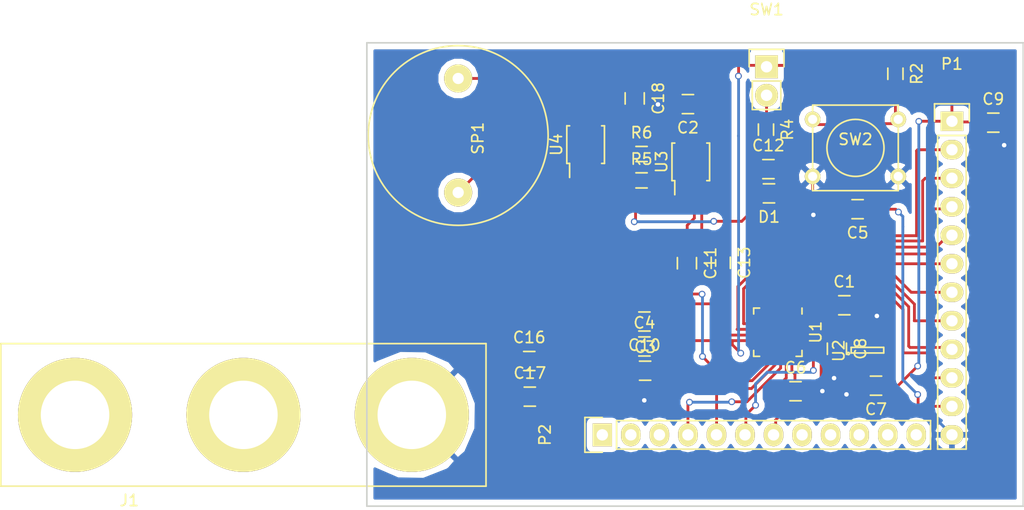
<source format=kicad_pcb>
(kicad_pcb (version 4) (host pcbnew 4.0.2-stable)

  (general
    (links 78)
    (no_connects 2)
    (area 121.209999 114.859999 179.780001 156.285001)
    (thickness 1.6)
    (drawings 4)
    (tracks 457)
    (zones 0)
    (modules 31)
    (nets 45)
  )

  (page A4)
  (layers
    (0 F.Cu signal)
    (31 B.Cu signal)
    (32 B.Adhes user)
    (33 F.Adhes user)
    (34 B.Paste user)
    (35 F.Paste user)
    (36 B.SilkS user)
    (37 F.SilkS user)
    (38 B.Mask user)
    (39 F.Mask user)
    (40 Dwgs.User user)
    (41 Cmts.User user)
    (42 Eco1.User user)
    (43 Eco2.User user)
    (44 Edge.Cuts user)
    (45 Margin user)
    (46 B.CrtYd user)
    (47 F.CrtYd user)
    (48 B.Fab user)
    (49 F.Fab user)
  )

  (setup
    (last_trace_width 0.25)
    (trace_clearance 0.2)
    (zone_clearance 0.508)
    (zone_45_only yes)
    (trace_min 0.2)
    (segment_width 0.2)
    (edge_width 0.15)
    (via_size 0.6)
    (via_drill 0.4)
    (via_min_size 0.4)
    (via_min_drill 0.3)
    (uvia_size 0.3)
    (uvia_drill 0.1)
    (uvias_allowed no)
    (uvia_min_size 0.2)
    (uvia_min_drill 0.1)
    (pcb_text_width 0.3)
    (pcb_text_size 1.5 1.5)
    (mod_edge_width 0.15)
    (mod_text_size 1 1)
    (mod_text_width 0.15)
    (pad_size 1.524 1.524)
    (pad_drill 0.762)
    (pad_to_mask_clearance 0.2)
    (aux_axis_origin 0 0)
    (visible_elements 7FFFF7FF)
    (pcbplotparams
      (layerselection 0x00030_80000001)
      (usegerberextensions false)
      (excludeedgelayer true)
      (linewidth 0.100000)
      (plotframeref false)
      (viasonmask false)
      (mode 1)
      (useauxorigin false)
      (hpglpennumber 1)
      (hpglpenspeed 20)
      (hpglpendiameter 15)
      (hpglpenoverlay 2)
      (psnegative false)
      (psa4output false)
      (plotreference true)
      (plotvalue true)
      (plotinvisibletext false)
      (padsonsilk false)
      (subtractmaskfromsilk false)
      (outputformat 1)
      (mirror false)
      (drillshape 1)
      (scaleselection 1)
      (outputdirectory ""))
  )

  (net 0 "")
  (net 1 +3V3)
  (net 2 GND)
  (net 3 "Net-(C3-Pad2)")
  (net 4 /RESET)
  (net 5 "Net-(C6-Pad1)")
  (net 6 +1V8)
  (net 7 "Net-(C11-Pad1)")
  (net 8 Haut-Parleur-L)
  (net 9 "Net-(C12-Pad1)")
  (net 10 "Net-(C13-Pad1)")
  (net 11 Haut-Parleur-R)
  (net 12 "Net-(C16-Pad1)")
  (net 13 "Net-(C17-Pad1)")
  (net 14 SPI_Select)
  (net 15 MCLK)
  (net 16 BCLK)
  (net 17 WCLK)
  (net 18 DIN)
  (net 19 DOUT)
  (net 20 SCL)
  (net 21 SDA)
  (net 22 MISO)
  (net 23 SCLK)
  (net 24 "Net-(P2-Pad4)")
  (net 25 "Net-(R4-Pad1)")
  (net 26 "Net-(R5-Pad1)")
  (net 27 "Net-(R5-Pad2)")
  (net 28 "Net-(R6-Pad1)")
  (net 29 "Net-(R6-Pad2)")
  (net 30 "Net-(SP1-Pad2)")
  (net 31 "Net-(SP1-Pad1)")
  (net 32 "Net-(U2-Pad4)")
  (net 33 "Net-(U3-Pad2)")
  (net 34 "Net-(U4-Pad2)")
  (net 35 "Net-(P2-Pad1)")
  (net 36 "Net-(P2-Pad5)")
  (net 37 "Net-(P2-Pad8)")
  (net 38 "Net-(P2-Pad9)")
  (net 39 "Net-(P2-Pad10)")
  (net 40 "Net-(P2-Pad11)")
  (net 41 "Net-(P2-Pad12)")
  (net 42 "Net-(P2-Pad2)")
  (net 43 "Net-(P2-Pad3)")
  (net 44 MCBIAS)

  (net_class Default "Ceci est la Netclass par défaut"
    (clearance 0.2)
    (trace_width 0.25)
    (via_dia 0.6)
    (via_drill 0.4)
    (uvia_dia 0.3)
    (uvia_drill 0.1)
    (add_net +1V8)
    (add_net +3V3)
    (add_net /RESET)
    (add_net BCLK)
    (add_net DIN)
    (add_net DOUT)
    (add_net GND)
    (add_net Haut-Parleur-L)
    (add_net Haut-Parleur-R)
    (add_net MCBIAS)
    (add_net MCLK)
    (add_net MISO)
    (add_net "Net-(C11-Pad1)")
    (add_net "Net-(C12-Pad1)")
    (add_net "Net-(C13-Pad1)")
    (add_net "Net-(C16-Pad1)")
    (add_net "Net-(C17-Pad1)")
    (add_net "Net-(C3-Pad2)")
    (add_net "Net-(C6-Pad1)")
    (add_net "Net-(P2-Pad1)")
    (add_net "Net-(P2-Pad10)")
    (add_net "Net-(P2-Pad11)")
    (add_net "Net-(P2-Pad12)")
    (add_net "Net-(P2-Pad2)")
    (add_net "Net-(P2-Pad3)")
    (add_net "Net-(P2-Pad4)")
    (add_net "Net-(P2-Pad5)")
    (add_net "Net-(P2-Pad8)")
    (add_net "Net-(P2-Pad9)")
    (add_net "Net-(R4-Pad1)")
    (add_net "Net-(R5-Pad1)")
    (add_net "Net-(R5-Pad2)")
    (add_net "Net-(R6-Pad1)")
    (add_net "Net-(R6-Pad2)")
    (add_net "Net-(SP1-Pad1)")
    (add_net "Net-(SP1-Pad2)")
    (add_net "Net-(U2-Pad4)")
    (add_net "Net-(U3-Pad2)")
    (add_net "Net-(U4-Pad2)")
    (add_net SCL)
    (add_net SCLK)
    (add_net SDA)
    (add_net SPI_Select)
    (add_net WCLK)
  )

  (module Capacitors_SMD:C_0805 placed (layer F.Cu) (tedit 5415D6EA) (tstamp 573AC3E4)
    (at 145.9865 141.986)
    (descr "Capacitor SMD 0805, reflow soldering, AVX (see smccp.pdf)")
    (tags "capacitor 0805")
    (path /5731D7DE)
    (attr smd)
    (fp_text reference C4 (at 0 -2.1) (layer F.SilkS)
      (effects (font (size 1 1) (thickness 0.15)))
    )
    (fp_text value 1uF (at 0 2.1) (layer F.Fab)
      (effects (font (size 1 1) (thickness 0.15)))
    )
    (fp_line (start -1.8 -1) (end 1.8 -1) (layer F.CrtYd) (width 0.05))
    (fp_line (start -1.8 1) (end 1.8 1) (layer F.CrtYd) (width 0.05))
    (fp_line (start -1.8 -1) (end -1.8 1) (layer F.CrtYd) (width 0.05))
    (fp_line (start 1.8 -1) (end 1.8 1) (layer F.CrtYd) (width 0.05))
    (fp_line (start 0.5 -0.85) (end -0.5 -0.85) (layer F.SilkS) (width 0.15))
    (fp_line (start -0.5 0.85) (end 0.5 0.85) (layer F.SilkS) (width 0.15))
    (pad 1 smd rect (at -1 0) (size 1 1.25) (layers F.Cu F.Paste F.Mask)
      (net 2 GND))
    (pad 2 smd rect (at 1 0) (size 1 1.25) (layers F.Cu F.Paste F.Mask)
      (net 3 "Net-(C3-Pad2)"))
    (model Capacitors_SMD.3dshapes/C_0805.wrl
      (at (xyz 0 0 0))
      (scale (xyz 1 1 1))
      (rotate (xyz 0 0 0))
    )
  )

  (module Buzzers_Beepers:BUZZER placed (layer F.Cu) (tedit 0) (tstamp 573AC54D)
    (at 129.413 123.19 270)
    (path /5733A051)
    (fp_text reference SP1 (at 0.24892 -1.75006 270) (layer F.SilkS)
      (effects (font (size 1 1) (thickness 0.15)))
    )
    (fp_text value SPEAKER (at 0 1.50114 270) (layer F.Fab)
      (effects (font (size 1 1) (thickness 0.15)))
    )
    (fp_circle (center 0 0) (end 8.001 0.24892) (layer F.SilkS) (width 0.15))
    (pad 2 thru_hole circle (at 5.08 0 270) (size 2.49936 2.49936) (drill 1.00076) (layers *.Cu *.Mask F.SilkS)
      (net 30 "Net-(SP1-Pad2)"))
    (pad 1 thru_hole circle (at -5.08 0 270) (size 2.49936 2.49936) (drill 1.00076) (layers *.Cu *.Mask F.SilkS)
      (net 31 "Net-(SP1-Pad1)"))
  )

  (module TO_SOT_Packages_SMD:SOT-23-5 placed (layer F.Cu) (tedit 55360473) (tstamp 573AC5BA)
    (at 165.8366 142.3162 90)
    (descr "5-pin SOT23 package")
    (tags SOT-23-5)
    (path /573331A6)
    (attr smd)
    (fp_text reference U2 (at -0.05 -2.55 90) (layer F.SilkS)
      (effects (font (size 1 1) (thickness 0.15)))
    )
    (fp_text value LD39015M18R (at -0.05 2.35 90) (layer F.Fab)
      (effects (font (size 1 1) (thickness 0.15)))
    )
    (fp_line (start -1.8 -1.6) (end 1.8 -1.6) (layer F.CrtYd) (width 0.05))
    (fp_line (start 1.8 -1.6) (end 1.8 1.6) (layer F.CrtYd) (width 0.05))
    (fp_line (start 1.8 1.6) (end -1.8 1.6) (layer F.CrtYd) (width 0.05))
    (fp_line (start -1.8 1.6) (end -1.8 -1.6) (layer F.CrtYd) (width 0.05))
    (fp_circle (center -0.3 -1.7) (end -0.2 -1.7) (layer F.SilkS) (width 0.15))
    (fp_line (start 0.25 -1.45) (end -0.25 -1.45) (layer F.SilkS) (width 0.15))
    (fp_line (start 0.25 1.45) (end 0.25 -1.45) (layer F.SilkS) (width 0.15))
    (fp_line (start -0.25 1.45) (end 0.25 1.45) (layer F.SilkS) (width 0.15))
    (fp_line (start -0.25 -1.45) (end -0.25 1.45) (layer F.SilkS) (width 0.15))
    (pad 1 smd rect (at -1.1 -0.95 90) (size 1.06 0.65) (layers F.Cu F.Paste F.Mask)
      (net 1 +3V3))
    (pad 2 smd rect (at -1.1 0 90) (size 1.06 0.65) (layers F.Cu F.Paste F.Mask)
      (net 2 GND))
    (pad 3 smd rect (at -1.1 0.95 90) (size 1.06 0.65) (layers F.Cu F.Paste F.Mask)
      (net 1 +3V3))
    (pad 4 smd rect (at 1.1 0.95 90) (size 1.06 0.65) (layers F.Cu F.Paste F.Mask)
      (net 32 "Net-(U2-Pad4)"))
    (pad 5 smd rect (at 1.1 -0.95 90) (size 1.06 0.65) (layers F.Cu F.Paste F.Mask)
      (net 6 +1V8))
    (model TO_SOT_Packages_SMD.3dshapes/SOT-23-5.wrl
      (at (xyz 0 0 0))
      (scale (xyz 1 1 1))
      (rotate (xyz 0 0 0))
    )
  )

  (module Housings_DFN_QFN:QFN-24-1EP_4x4mm_Pitch0.5mm placed (layer F.Cu) (tedit 54130A77) (tstamp 573AC5A8)
    (at 157.861 140.716 270)
    (descr "24-Lead Plastic Quad Flat, No Lead Package (MJ) - 4x4x0.9 mm Body [QFN]; (see Microchip Packaging Specification 00000049BS.pdf)")
    (tags "QFN 0.5")
    (path /5730B9F3)
    (attr smd)
    (fp_text reference U1 (at 0 -3.375 270) (layer F.SilkS)
      (effects (font (size 1 1) (thickness 0.15)))
    )
    (fp_text value TLV320DAC3203 (at 0 3.375 270) (layer F.Fab)
      (effects (font (size 1 1) (thickness 0.15)))
    )
    (fp_line (start -2.65 -2.65) (end -2.65 2.65) (layer F.CrtYd) (width 0.05))
    (fp_line (start 2.65 -2.65) (end 2.65 2.65) (layer F.CrtYd) (width 0.05))
    (fp_line (start -2.65 -2.65) (end 2.65 -2.65) (layer F.CrtYd) (width 0.05))
    (fp_line (start -2.65 2.65) (end 2.65 2.65) (layer F.CrtYd) (width 0.05))
    (fp_line (start 2.15 -2.15) (end 2.15 -1.625) (layer F.SilkS) (width 0.15))
    (fp_line (start -2.15 2.15) (end -2.15 1.625) (layer F.SilkS) (width 0.15))
    (fp_line (start 2.15 2.15) (end 2.15 1.625) (layer F.SilkS) (width 0.15))
    (fp_line (start -2.15 -2.15) (end -1.625 -2.15) (layer F.SilkS) (width 0.15))
    (fp_line (start -2.15 2.15) (end -1.625 2.15) (layer F.SilkS) (width 0.15))
    (fp_line (start 2.15 2.15) (end 1.625 2.15) (layer F.SilkS) (width 0.15))
    (fp_line (start 2.15 -2.15) (end 1.625 -2.15) (layer F.SilkS) (width 0.15))
    (pad 1 smd rect (at -1.95 -1.25 270) (size 0.85 0.3) (layers F.Cu F.Paste F.Mask)
      (net 15 MCLK))
    (pad 2 smd rect (at -1.95 -0.75 270) (size 0.85 0.3) (layers F.Cu F.Paste F.Mask)
      (net 16 BCLK))
    (pad 3 smd rect (at -1.95 -0.25 270) (size 0.85 0.3) (layers F.Cu F.Paste F.Mask)
      (net 17 WCLK))
    (pad 4 smd rect (at -1.95 0.25 270) (size 0.85 0.3) (layers F.Cu F.Paste F.Mask)
      (net 18 DIN))
    (pad 5 smd rect (at -1.95 0.75 270) (size 0.85 0.3) (layers F.Cu F.Paste F.Mask)
      (net 19 DOUT))
    (pad 6 smd rect (at -1.95 1.25 270) (size 0.85 0.3) (layers F.Cu F.Paste F.Mask)
      (net 23 SCLK))
    (pad 7 smd rect (at -1.25 1.95) (size 0.85 0.3) (layers F.Cu F.Paste F.Mask)
      (net 20 SCL))
    (pad 8 smd rect (at -0.75 1.95) (size 0.85 0.3) (layers F.Cu F.Paste F.Mask)
      (net 21 SDA))
    (pad 9 smd rect (at -0.25 1.95) (size 0.85 0.3) (layers F.Cu F.Paste F.Mask)
      (net 22 MISO))
    (pad 10 smd rect (at 0.25 1.95) (size 0.85 0.3) (layers F.Cu F.Paste F.Mask)
      (net 11 Haut-Parleur-R))
    (pad 11 smd rect (at 0.75 1.95) (size 0.85 0.3) (layers F.Cu F.Paste F.Mask)
      (net 1 +3V3))
    (pad 12 smd rect (at 1.25 1.95) (size 0.85 0.3) (layers F.Cu F.Paste F.Mask)
      (net 8 Haut-Parleur-L))
    (pad 13 smd rect (at 1.95 1.25 270) (size 0.85 0.3) (layers F.Cu F.Paste F.Mask)
      (net 3 "Net-(C3-Pad2)"))
    (pad 14 smd rect (at 1.95 0.75 270) (size 0.85 0.3) (layers F.Cu F.Paste F.Mask)
      (net 2 GND))
    (pad 15 smd rect (at 1.95 0.25 270) (size 0.85 0.3) (layers F.Cu F.Paste F.Mask)
      (net 36 "Net-(P2-Pad5)"))
    (pad 16 smd rect (at 1.95 -0.25 270) (size 0.85 0.3) (layers F.Cu F.Paste F.Mask)
      (net 24 "Net-(P2-Pad4)"))
    (pad 17 smd rect (at 1.95 -0.75 270) (size 0.85 0.3) (layers F.Cu F.Paste F.Mask)
      (net 5 "Net-(C6-Pad1)"))
    (pad 18 smd rect (at 1.95 -1.25 270) (size 0.85 0.3) (layers F.Cu F.Paste F.Mask)
      (net 44 MCBIAS))
    (pad 19 smd rect (at 1.25 -1.95) (size 0.85 0.3) (layers F.Cu F.Paste F.Mask)
      (net 14 SPI_Select))
    (pad 20 smd rect (at 0.75 -1.95) (size 0.85 0.3) (layers F.Cu F.Paste F.Mask)
      (net 4 /RESET))
    (pad 21 smd rect (at 0.25 -1.95) (size 0.85 0.3) (layers F.Cu F.Paste F.Mask)
      (net 2 GND))
    (pad 22 smd rect (at -0.25 -1.95) (size 0.85 0.3) (layers F.Cu F.Paste F.Mask)
      (net 6 +1V8))
    (pad 23 smd rect (at -0.75 -1.95) (size 0.85 0.3) (layers F.Cu F.Paste F.Mask)
      (net 2 GND))
    (pad 24 smd rect (at -1.25 -1.95) (size 0.85 0.3) (layers F.Cu F.Paste F.Mask)
      (net 1 +3V3))
    (pad 25 smd rect (at 0.65 0.65 270) (size 1.3 1.3) (layers F.Cu F.Paste F.Mask)
      (solder_paste_margin_ratio -0.2))
    (pad 25 smd rect (at 0.65 -0.65 270) (size 1.3 1.3) (layers F.Cu F.Paste F.Mask)
      (solder_paste_margin_ratio -0.2))
    (pad 25 smd rect (at -0.65 0.65 270) (size 1.3 1.3) (layers F.Cu F.Paste F.Mask)
      (solder_paste_margin_ratio -0.2))
    (pad 25 smd rect (at -0.65 -0.65 270) (size 1.3 1.3) (layers F.Cu F.Paste F.Mask)
      (solder_paste_margin_ratio -0.2))
    (model Housings_DFN_QFN.3dshapes/QFN-24-1EP_4x4mm_Pitch0.5mm.wrl
      (at (xyz 0 0 0))
      (scale (xyz 1 1 1))
      (rotate (xyz 0 0 0))
    )
  )

  (module Buttons_Switches_ThroughHole:SW_PUSH_SMALL placed (layer F.Cu) (tedit 0) (tstamp 573AC57D)
    (at 164.7698 124.2949)
    (path /573666D0)
    (fp_text reference SW2 (at 0 -0.762) (layer F.SilkS)
      (effects (font (size 1 1) (thickness 0.15)))
    )
    (fp_text value SW_PUSH (at 0 1.016) (layer F.Fab)
      (effects (font (size 1 1) (thickness 0.15)))
    )
    (fp_circle (center 0 0) (end 0 -2.54) (layer F.SilkS) (width 0.15))
    (fp_line (start -3.81 -3.81) (end 3.81 -3.81) (layer F.SilkS) (width 0.15))
    (fp_line (start 3.81 -3.81) (end 3.81 3.81) (layer F.SilkS) (width 0.15))
    (fp_line (start 3.81 3.81) (end -3.81 3.81) (layer F.SilkS) (width 0.15))
    (fp_line (start -3.81 -3.81) (end -3.81 3.81) (layer F.SilkS) (width 0.15))
    (pad 1 thru_hole circle (at 3.81 -2.54) (size 1.397 1.397) (drill 0.8128) (layers *.Cu *.Mask F.SilkS)
      (net 4 /RESET))
    (pad 2 thru_hole circle (at 3.81 2.54) (size 1.397 1.397) (drill 0.8128) (layers *.Cu *.Mask F.SilkS)
      (net 2 GND))
    (pad 1 thru_hole circle (at -3.81 -2.54) (size 1.397 1.397) (drill 0.8128) (layers *.Cu *.Mask F.SilkS)
      (net 4 /RESET))
    (pad 2 thru_hole circle (at -3.81 2.54) (size 1.397 1.397) (drill 0.8128) (layers *.Cu *.Mask F.SilkS)
      (net 2 GND))
  )

  (module Pin_Headers:Pin_Header_Straight_1x12 locked (layer F.Cu) (tedit 0) (tstamp 573AC4EB)
    (at 173.355 121.92)
    (descr "Through hole pin header")
    (tags "pin header")
    (path /57327149)
    (fp_text reference P1 (at 0 -5.1) (layer F.SilkS)
      (effects (font (size 1 1) (thickness 0.15)))
    )
    (fp_text value CONN_01X12 (at 0 -3.1) (layer F.Fab)
      (effects (font (size 1 1) (thickness 0.15)))
    )
    (fp_line (start -1.75 -1.75) (end -1.75 29.7) (layer F.CrtYd) (width 0.05))
    (fp_line (start 1.75 -1.75) (end 1.75 29.7) (layer F.CrtYd) (width 0.05))
    (fp_line (start -1.75 -1.75) (end 1.75 -1.75) (layer F.CrtYd) (width 0.05))
    (fp_line (start -1.75 29.7) (end 1.75 29.7) (layer F.CrtYd) (width 0.05))
    (fp_line (start 1.27 1.27) (end 1.27 29.21) (layer F.SilkS) (width 0.15))
    (fp_line (start 1.27 29.21) (end -1.27 29.21) (layer F.SilkS) (width 0.15))
    (fp_line (start -1.27 29.21) (end -1.27 1.27) (layer F.SilkS) (width 0.15))
    (fp_line (start 1.55 -1.55) (end 1.55 0) (layer F.SilkS) (width 0.15))
    (fp_line (start 1.27 1.27) (end -1.27 1.27) (layer F.SilkS) (width 0.15))
    (fp_line (start -1.55 0) (end -1.55 -1.55) (layer F.SilkS) (width 0.15))
    (fp_line (start -1.55 -1.55) (end 1.55 -1.55) (layer F.SilkS) (width 0.15))
    (pad 1 thru_hole rect (at 0 0) (size 2.032 1.7272) (drill 1.016) (layers *.Cu *.Mask F.SilkS)
      (net 1 +3V3))
    (pad 2 thru_hole oval (at 0 2.54) (size 2.032 1.7272) (drill 1.016) (layers *.Cu *.Mask F.SilkS)
      (net 22 MISO))
    (pad 3 thru_hole oval (at 0 5.08) (size 2.032 1.7272) (drill 1.016) (layers *.Cu *.Mask F.SilkS)
      (net 21 SDA))
    (pad 4 thru_hole oval (at 0 7.62) (size 2.032 1.7272) (drill 1.016) (layers *.Cu *.Mask F.SilkS)
      (net 20 SCL))
    (pad 5 thru_hole oval (at 0 10.16) (size 2.032 1.7272) (drill 1.016) (layers *.Cu *.Mask F.SilkS)
      (net 23 SCLK))
    (pad 6 thru_hole oval (at 0 12.7) (size 2.032 1.7272) (drill 1.016) (layers *.Cu *.Mask F.SilkS)
      (net 19 DOUT))
    (pad 7 thru_hole oval (at 0 15.24) (size 2.032 1.7272) (drill 1.016) (layers *.Cu *.Mask F.SilkS)
      (net 18 DIN))
    (pad 8 thru_hole oval (at 0 17.78) (size 2.032 1.7272) (drill 1.016) (layers *.Cu *.Mask F.SilkS)
      (net 17 WCLK))
    (pad 9 thru_hole oval (at 0 20.32) (size 2.032 1.7272) (drill 1.016) (layers *.Cu *.Mask F.SilkS)
      (net 16 BCLK))
    (pad 10 thru_hole oval (at 0 22.86) (size 2.032 1.7272) (drill 1.016) (layers *.Cu *.Mask F.SilkS)
      (net 15 MCLK))
    (pad 11 thru_hole oval (at 0 25.4) (size 2.032 1.7272) (drill 1.016) (layers *.Cu *.Mask F.SilkS)
      (net 4 /RESET))
    (pad 12 thru_hole oval (at 0 27.94) (size 2.032 1.7272) (drill 1.016) (layers *.Cu *.Mask F.SilkS)
      (net 2 GND))
    (model Pin_Headers.3dshapes/Pin_Header_Straight_1x12.wrl
      (at (xyz 0 -0.55 0))
      (scale (xyz 1 1 1))
      (rotate (xyz 0 0 90))
    )
  )

  (module Capacitors_SMD:C_0805 placed (layer F.Cu) (tedit 5415D6EA) (tstamp 573AC3C0)
    (at 163.7792 138.3157)
    (descr "Capacitor SMD 0805, reflow soldering, AVX (see smccp.pdf)")
    (tags "capacitor 0805")
    (path /5731BBAA)
    (attr smd)
    (fp_text reference C1 (at 0 -2.1) (layer F.SilkS)
      (effects (font (size 1 1) (thickness 0.15)))
    )
    (fp_text value 0.1u (at 0 2.1) (layer F.Fab)
      (effects (font (size 1 1) (thickness 0.15)))
    )
    (fp_line (start -1.8 -1) (end 1.8 -1) (layer F.CrtYd) (width 0.05))
    (fp_line (start -1.8 1) (end 1.8 1) (layer F.CrtYd) (width 0.05))
    (fp_line (start -1.8 -1) (end -1.8 1) (layer F.CrtYd) (width 0.05))
    (fp_line (start 1.8 -1) (end 1.8 1) (layer F.CrtYd) (width 0.05))
    (fp_line (start 0.5 -0.85) (end -0.5 -0.85) (layer F.SilkS) (width 0.15))
    (fp_line (start -0.5 0.85) (end 0.5 0.85) (layer F.SilkS) (width 0.15))
    (pad 1 smd rect (at -1 0) (size 1 1.25) (layers F.Cu F.Paste F.Mask)
      (net 1 +3V3))
    (pad 2 smd rect (at 1 0) (size 1 1.25) (layers F.Cu F.Paste F.Mask)
      (net 2 GND))
    (model Capacitors_SMD.3dshapes/C_0805.wrl
      (at (xyz 0 0 0))
      (scale (xyz 1 1 1))
      (rotate (xyz 0 0 0))
    )
  )

  (module Capacitors_SMD:C_0805 placed (layer F.Cu) (tedit 5415D6EA) (tstamp 573AC3CC)
    (at 149.86 120.396 180)
    (descr "Capacitor SMD 0805, reflow soldering, AVX (see smccp.pdf)")
    (tags "capacitor 0805")
    (path /5731BC1D)
    (attr smd)
    (fp_text reference C2 (at 0 -2.1 180) (layer F.SilkS)
      (effects (font (size 1 1) (thickness 0.15)))
    )
    (fp_text value 0.1u (at 0 2.1 180) (layer F.Fab)
      (effects (font (size 1 1) (thickness 0.15)))
    )
    (fp_line (start -1.8 -1) (end 1.8 -1) (layer F.CrtYd) (width 0.05))
    (fp_line (start -1.8 1) (end 1.8 1) (layer F.CrtYd) (width 0.05))
    (fp_line (start -1.8 -1) (end -1.8 1) (layer F.CrtYd) (width 0.05))
    (fp_line (start 1.8 -1) (end 1.8 1) (layer F.CrtYd) (width 0.05))
    (fp_line (start 0.5 -0.85) (end -0.5 -0.85) (layer F.SilkS) (width 0.15))
    (fp_line (start -0.5 0.85) (end 0.5 0.85) (layer F.SilkS) (width 0.15))
    (pad 1 smd rect (at -1 0 180) (size 1 1.25) (layers F.Cu F.Paste F.Mask)
      (net 1 +3V3))
    (pad 2 smd rect (at 1 0 180) (size 1 1.25) (layers F.Cu F.Paste F.Mask)
      (net 2 GND))
    (model Capacitors_SMD.3dshapes/C_0805.wrl
      (at (xyz 0 0 0))
      (scale (xyz 1 1 1))
      (rotate (xyz 0 0 0))
    )
  )

  (module Capacitors_SMD:C_0805 placed (layer F.Cu) (tedit 5415D6EA) (tstamp 573AC3D8)
    (at 146.05 144.145)
    (descr "Capacitor SMD 0805, reflow soldering, AVX (see smccp.pdf)")
    (tags "capacitor 0805")
    (path /5731D7D8)
    (attr smd)
    (fp_text reference C3 (at 0 -2.1) (layer F.SilkS)
      (effects (font (size 1 1) (thickness 0.15)))
    )
    (fp_text value 0.1uF (at 0 2.1) (layer F.Fab)
      (effects (font (size 1 1) (thickness 0.15)))
    )
    (fp_line (start -1.8 -1) (end 1.8 -1) (layer F.CrtYd) (width 0.05))
    (fp_line (start -1.8 1) (end 1.8 1) (layer F.CrtYd) (width 0.05))
    (fp_line (start -1.8 -1) (end -1.8 1) (layer F.CrtYd) (width 0.05))
    (fp_line (start 1.8 -1) (end 1.8 1) (layer F.CrtYd) (width 0.05))
    (fp_line (start 0.5 -0.85) (end -0.5 -0.85) (layer F.SilkS) (width 0.15))
    (fp_line (start -0.5 0.85) (end 0.5 0.85) (layer F.SilkS) (width 0.15))
    (pad 1 smd rect (at -1 0) (size 1 1.25) (layers F.Cu F.Paste F.Mask)
      (net 2 GND))
    (pad 2 smd rect (at 1 0) (size 1 1.25) (layers F.Cu F.Paste F.Mask)
      (net 3 "Net-(C3-Pad2)"))
    (model Capacitors_SMD.3dshapes/C_0805.wrl
      (at (xyz 0 0 0))
      (scale (xyz 1 1 1))
      (rotate (xyz 0 0 0))
    )
  )

  (module Capacitors_SMD:C_0805 placed (layer F.Cu) (tedit 5415D6EA) (tstamp 573AC3F0)
    (at 164.9603 129.7559 180)
    (descr "Capacitor SMD 0805, reflow soldering, AVX (see smccp.pdf)")
    (tags "capacitor 0805")
    (path /5732FEB0)
    (attr smd)
    (fp_text reference C5 (at 0 -2.1 180) (layer F.SilkS)
      (effects (font (size 1 1) (thickness 0.15)))
    )
    (fp_text value 1u (at 0 2.1 180) (layer F.Fab)
      (effects (font (size 1 1) (thickness 0.15)))
    )
    (fp_line (start -1.8 -1) (end 1.8 -1) (layer F.CrtYd) (width 0.05))
    (fp_line (start -1.8 1) (end 1.8 1) (layer F.CrtYd) (width 0.05))
    (fp_line (start -1.8 -1) (end -1.8 1) (layer F.CrtYd) (width 0.05))
    (fp_line (start 1.8 -1) (end 1.8 1) (layer F.CrtYd) (width 0.05))
    (fp_line (start 0.5 -0.85) (end -0.5 -0.85) (layer F.SilkS) (width 0.15))
    (fp_line (start -0.5 0.85) (end 0.5 0.85) (layer F.SilkS) (width 0.15))
    (pad 1 smd rect (at -1 0 180) (size 1 1.25) (layers F.Cu F.Paste F.Mask)
      (net 4 /RESET))
    (pad 2 smd rect (at 1 0 180) (size 1 1.25) (layers F.Cu F.Paste F.Mask)
      (net 2 GND))
    (model Capacitors_SMD.3dshapes/C_0805.wrl
      (at (xyz 0 0 0))
      (scale (xyz 1 1 1))
      (rotate (xyz 0 0 0))
    )
  )

  (module Capacitors_SMD:C_0805 placed (layer F.Cu) (tedit 5415D6EA) (tstamp 573AC3FC)
    (at 159.4358 145.9738)
    (descr "Capacitor SMD 0805, reflow soldering, AVX (see smccp.pdf)")
    (tags "capacitor 0805")
    (path /57320370)
    (attr smd)
    (fp_text reference C6 (at 0 -2.1) (layer F.SilkS)
      (effects (font (size 1 1) (thickness 0.15)))
    )
    (fp_text value 1u (at 0 2.1) (layer F.Fab)
      (effects (font (size 1 1) (thickness 0.15)))
    )
    (fp_line (start -1.8 -1) (end 1.8 -1) (layer F.CrtYd) (width 0.05))
    (fp_line (start -1.8 1) (end 1.8 1) (layer F.CrtYd) (width 0.05))
    (fp_line (start -1.8 -1) (end -1.8 1) (layer F.CrtYd) (width 0.05))
    (fp_line (start 1.8 -1) (end 1.8 1) (layer F.CrtYd) (width 0.05))
    (fp_line (start 0.5 -0.85) (end -0.5 -0.85) (layer F.SilkS) (width 0.15))
    (fp_line (start -0.5 0.85) (end 0.5 0.85) (layer F.SilkS) (width 0.15))
    (pad 1 smd rect (at -1 0) (size 1 1.25) (layers F.Cu F.Paste F.Mask)
      (net 5 "Net-(C6-Pad1)"))
    (pad 2 smd rect (at 1 0) (size 1 1.25) (layers F.Cu F.Paste F.Mask)
      (net 2 GND))
    (model Capacitors_SMD.3dshapes/C_0805.wrl
      (at (xyz 0 0 0))
      (scale (xyz 1 1 1))
      (rotate (xyz 0 0 0))
    )
  )

  (module Capacitors_SMD:C_0805 placed (layer F.Cu) (tedit 5415D6EA) (tstamp 573AC408)
    (at 166.5986 145.4785 180)
    (descr "Capacitor SMD 0805, reflow soldering, AVX (see smccp.pdf)")
    (tags "capacitor 0805")
    (path /57334920)
    (attr smd)
    (fp_text reference C7 (at 0 -2.1 180) (layer F.SilkS)
      (effects (font (size 1 1) (thickness 0.15)))
    )
    (fp_text value 1u (at 0 2.1 180) (layer F.Fab)
      (effects (font (size 1 1) (thickness 0.15)))
    )
    (fp_line (start -1.8 -1) (end 1.8 -1) (layer F.CrtYd) (width 0.05))
    (fp_line (start -1.8 1) (end 1.8 1) (layer F.CrtYd) (width 0.05))
    (fp_line (start -1.8 -1) (end -1.8 1) (layer F.CrtYd) (width 0.05))
    (fp_line (start 1.8 -1) (end 1.8 1) (layer F.CrtYd) (width 0.05))
    (fp_line (start 0.5 -0.85) (end -0.5 -0.85) (layer F.SilkS) (width 0.15))
    (fp_line (start -0.5 0.85) (end 0.5 0.85) (layer F.SilkS) (width 0.15))
    (pad 1 smd rect (at -1 0 180) (size 1 1.25) (layers F.Cu F.Paste F.Mask)
      (net 1 +3V3))
    (pad 2 smd rect (at 1 0 180) (size 1 1.25) (layers F.Cu F.Paste F.Mask)
      (net 2 GND))
    (model Capacitors_SMD.3dshapes/C_0805.wrl
      (at (xyz 0 0 0))
      (scale (xyz 1 1 1))
      (rotate (xyz 0 0 0))
    )
  )

  (module Capacitors_SMD:C_0805 placed (layer F.Cu) (tedit 5415D6EA) (tstamp 573AC414)
    (at 163.1188 142.1892 270)
    (descr "Capacitor SMD 0805, reflow soldering, AVX (see smccp.pdf)")
    (tags "capacitor 0805")
    (path /57334E2D)
    (attr smd)
    (fp_text reference C8 (at 0 -2.1 270) (layer F.SilkS)
      (effects (font (size 1 1) (thickness 0.15)))
    )
    (fp_text value 1u (at 0 2.1 270) (layer F.Fab)
      (effects (font (size 1 1) (thickness 0.15)))
    )
    (fp_line (start -1.8 -1) (end 1.8 -1) (layer F.CrtYd) (width 0.05))
    (fp_line (start -1.8 1) (end 1.8 1) (layer F.CrtYd) (width 0.05))
    (fp_line (start -1.8 -1) (end -1.8 1) (layer F.CrtYd) (width 0.05))
    (fp_line (start 1.8 -1) (end 1.8 1) (layer F.CrtYd) (width 0.05))
    (fp_line (start 0.5 -0.85) (end -0.5 -0.85) (layer F.SilkS) (width 0.15))
    (fp_line (start -0.5 0.85) (end 0.5 0.85) (layer F.SilkS) (width 0.15))
    (pad 1 smd rect (at -1 0 270) (size 1 1.25) (layers F.Cu F.Paste F.Mask)
      (net 6 +1V8))
    (pad 2 smd rect (at 1 0 270) (size 1 1.25) (layers F.Cu F.Paste F.Mask)
      (net 2 GND))
    (model Capacitors_SMD.3dshapes/C_0805.wrl
      (at (xyz 0 0 0))
      (scale (xyz 1 1 1))
      (rotate (xyz 0 0 0))
    )
  )

  (module Capacitors_SMD:C_0805 placed (layer F.Cu) (tedit 5415D6EA) (tstamp 573AC420)
    (at 177.038 122.047)
    (descr "Capacitor SMD 0805, reflow soldering, AVX (see smccp.pdf)")
    (tags "capacitor 0805")
    (path /5733D8A0)
    (attr smd)
    (fp_text reference C9 (at 0 -2.1) (layer F.SilkS)
      (effects (font (size 1 1) (thickness 0.15)))
    )
    (fp_text value 10u (at 0 2.1) (layer F.Fab)
      (effects (font (size 1 1) (thickness 0.15)))
    )
    (fp_line (start -1.8 -1) (end 1.8 -1) (layer F.CrtYd) (width 0.05))
    (fp_line (start -1.8 1) (end 1.8 1) (layer F.CrtYd) (width 0.05))
    (fp_line (start -1.8 -1) (end -1.8 1) (layer F.CrtYd) (width 0.05))
    (fp_line (start 1.8 -1) (end 1.8 1) (layer F.CrtYd) (width 0.05))
    (fp_line (start 0.5 -0.85) (end -0.5 -0.85) (layer F.SilkS) (width 0.15))
    (fp_line (start -0.5 0.85) (end 0.5 0.85) (layer F.SilkS) (width 0.15))
    (pad 1 smd rect (at -1 0) (size 1 1.25) (layers F.Cu F.Paste F.Mask)
      (net 1 +3V3))
    (pad 2 smd rect (at 1 0) (size 1 1.25) (layers F.Cu F.Paste F.Mask)
      (net 2 GND))
    (model Capacitors_SMD.3dshapes/C_0805.wrl
      (at (xyz 0 0 0))
      (scale (xyz 1 1 1))
      (rotate (xyz 0 0 0))
    )
  )

  (module Capacitors_SMD:C_0805 placed (layer F.Cu) (tedit 5415D6EA) (tstamp 573AC42C)
    (at 145.9865 139.7635 180)
    (descr "Capacitor SMD 0805, reflow soldering, AVX (see smccp.pdf)")
    (tags "capacitor 0805")
    (path /5733D8F7)
    (attr smd)
    (fp_text reference C10 (at 0 -2.1 180) (layer F.SilkS)
      (effects (font (size 1 1) (thickness 0.15)))
    )
    (fp_text value 0.1u (at 0 2.1 180) (layer F.Fab)
      (effects (font (size 1 1) (thickness 0.15)))
    )
    (fp_line (start -1.8 -1) (end 1.8 -1) (layer F.CrtYd) (width 0.05))
    (fp_line (start -1.8 1) (end 1.8 1) (layer F.CrtYd) (width 0.05))
    (fp_line (start -1.8 -1) (end -1.8 1) (layer F.CrtYd) (width 0.05))
    (fp_line (start 1.8 -1) (end 1.8 1) (layer F.CrtYd) (width 0.05))
    (fp_line (start 0.5 -0.85) (end -0.5 -0.85) (layer F.SilkS) (width 0.15))
    (fp_line (start -0.5 0.85) (end 0.5 0.85) (layer F.SilkS) (width 0.15))
    (pad 1 smd rect (at -1 0 180) (size 1 1.25) (layers F.Cu F.Paste F.Mask)
      (net 1 +3V3))
    (pad 2 smd rect (at 1 0 180) (size 1 1.25) (layers F.Cu F.Paste F.Mask)
      (net 2 GND))
    (model Capacitors_SMD.3dshapes/C_0805.wrl
      (at (xyz 0 0 0))
      (scale (xyz 1 1 1))
      (rotate (xyz 0 0 0))
    )
  )

  (module Capacitors_SMD:C_0805 placed (layer F.Cu) (tedit 5415D6EA) (tstamp 573AC438)
    (at 149.7711 134.5692 270)
    (descr "Capacitor SMD 0805, reflow soldering, AVX (see smccp.pdf)")
    (tags "capacitor 0805")
    (path /57340BEB)
    (attr smd)
    (fp_text reference C11 (at 0 -2.1 270) (layer F.SilkS)
      (effects (font (size 1 1) (thickness 0.15)))
    )
    (fp_text value 47n (at 0 2.1 270) (layer F.Fab)
      (effects (font (size 1 1) (thickness 0.15)))
    )
    (fp_line (start -1.8 -1) (end 1.8 -1) (layer F.CrtYd) (width 0.05))
    (fp_line (start -1.8 1) (end 1.8 1) (layer F.CrtYd) (width 0.05))
    (fp_line (start -1.8 -1) (end -1.8 1) (layer F.CrtYd) (width 0.05))
    (fp_line (start 1.8 -1) (end 1.8 1) (layer F.CrtYd) (width 0.05))
    (fp_line (start 0.5 -0.85) (end -0.5 -0.85) (layer F.SilkS) (width 0.15))
    (fp_line (start -0.5 0.85) (end 0.5 0.85) (layer F.SilkS) (width 0.15))
    (pad 1 smd rect (at -1 0 270) (size 1 1.25) (layers F.Cu F.Paste F.Mask)
      (net 7 "Net-(C11-Pad1)"))
    (pad 2 smd rect (at 1 0 270) (size 1 1.25) (layers F.Cu F.Paste F.Mask)
      (net 8 Haut-Parleur-L))
    (model Capacitors_SMD.3dshapes/C_0805.wrl
      (at (xyz 0 0 0))
      (scale (xyz 1 1 1))
      (rotate (xyz 0 0 0))
    )
  )

  (module Capacitors_SMD:C_0805 placed (layer F.Cu) (tedit 5415D6EA) (tstamp 573AC444)
    (at 157.0228 126.1872)
    (descr "Capacitor SMD 0805, reflow soldering, AVX (see smccp.pdf)")
    (tags "capacitor 0805")
    (path /57345AB7)
    (attr smd)
    (fp_text reference C12 (at 0 -2.1) (layer F.SilkS)
      (effects (font (size 1 1) (thickness 0.15)))
    )
    (fp_text value 1u (at 0 2.1) (layer F.Fab)
      (effects (font (size 1 1) (thickness 0.15)))
    )
    (fp_line (start -1.8 -1) (end 1.8 -1) (layer F.CrtYd) (width 0.05))
    (fp_line (start -1.8 1) (end 1.8 1) (layer F.CrtYd) (width 0.05))
    (fp_line (start -1.8 -1) (end -1.8 1) (layer F.CrtYd) (width 0.05))
    (fp_line (start 1.8 -1) (end 1.8 1) (layer F.CrtYd) (width 0.05))
    (fp_line (start 0.5 -0.85) (end -0.5 -0.85) (layer F.SilkS) (width 0.15))
    (fp_line (start -0.5 0.85) (end 0.5 0.85) (layer F.SilkS) (width 0.15))
    (pad 1 smd rect (at -1 0) (size 1 1.25) (layers F.Cu F.Paste F.Mask)
      (net 9 "Net-(C12-Pad1)"))
    (pad 2 smd rect (at 1 0) (size 1 1.25) (layers F.Cu F.Paste F.Mask)
      (net 2 GND))
    (model Capacitors_SMD.3dshapes/C_0805.wrl
      (at (xyz 0 0 0))
      (scale (xyz 1 1 1))
      (rotate (xyz 0 0 0))
    )
  )

  (module Capacitors_SMD:C_0805 placed (layer F.Cu) (tedit 5415D6EA) (tstamp 573AC450)
    (at 152.781 134.5311 270)
    (descr "Capacitor SMD 0805, reflow soldering, AVX (see smccp.pdf)")
    (tags "capacitor 0805")
    (path /57341469)
    (attr smd)
    (fp_text reference C13 (at 0 -2.1 270) (layer F.SilkS)
      (effects (font (size 1 1) (thickness 0.15)))
    )
    (fp_text value 47n (at 0 2.1 270) (layer F.Fab)
      (effects (font (size 1 1) (thickness 0.15)))
    )
    (fp_line (start -1.8 -1) (end 1.8 -1) (layer F.CrtYd) (width 0.05))
    (fp_line (start -1.8 1) (end 1.8 1) (layer F.CrtYd) (width 0.05))
    (fp_line (start -1.8 -1) (end -1.8 1) (layer F.CrtYd) (width 0.05))
    (fp_line (start 1.8 -1) (end 1.8 1) (layer F.CrtYd) (width 0.05))
    (fp_line (start 0.5 -0.85) (end -0.5 -0.85) (layer F.SilkS) (width 0.15))
    (fp_line (start -0.5 0.85) (end 0.5 0.85) (layer F.SilkS) (width 0.15))
    (pad 1 smd rect (at -1 0 270) (size 1 1.25) (layers F.Cu F.Paste F.Mask)
      (net 10 "Net-(C13-Pad1)"))
    (pad 2 smd rect (at 1 0 270) (size 1 1.25) (layers F.Cu F.Paste F.Mask)
      (net 11 Haut-Parleur-R))
    (model Capacitors_SMD.3dshapes/C_0805.wrl
      (at (xyz 0 0 0))
      (scale (xyz 1 1 1))
      (rotate (xyz 0 0 0))
    )
  )

  (module Capacitors_SMD:C_0805 placed (layer F.Cu) (tedit 5415D6EA) (tstamp 573AC474)
    (at 135.7376 143.2814)
    (descr "Capacitor SMD 0805, reflow soldering, AVX (see smccp.pdf)")
    (tags "capacitor 0805")
    (path /5735FB8C)
    (attr smd)
    (fp_text reference C16 (at 0 -2.1) (layer F.SilkS)
      (effects (font (size 1 1) (thickness 0.15)))
    )
    (fp_text value 47u (at 0 2.1) (layer F.Fab)
      (effects (font (size 1 1) (thickness 0.15)))
    )
    (fp_line (start -1.8 -1) (end 1.8 -1) (layer F.CrtYd) (width 0.05))
    (fp_line (start -1.8 1) (end 1.8 1) (layer F.CrtYd) (width 0.05))
    (fp_line (start -1.8 -1) (end -1.8 1) (layer F.CrtYd) (width 0.05))
    (fp_line (start 1.8 -1) (end 1.8 1) (layer F.CrtYd) (width 0.05))
    (fp_line (start 0.5 -0.85) (end -0.5 -0.85) (layer F.SilkS) (width 0.15))
    (fp_line (start -0.5 0.85) (end 0.5 0.85) (layer F.SilkS) (width 0.15))
    (pad 1 smd rect (at -1 0) (size 1 1.25) (layers F.Cu F.Paste F.Mask)
      (net 12 "Net-(C16-Pad1)"))
    (pad 2 smd rect (at 1 0) (size 1 1.25) (layers F.Cu F.Paste F.Mask)
      (net 8 Haut-Parleur-L))
    (model Capacitors_SMD.3dshapes/C_0805.wrl
      (at (xyz 0 0 0))
      (scale (xyz 1 1 1))
      (rotate (xyz 0 0 0))
    )
  )

  (module Capacitors_SMD:C_0805 placed (layer F.Cu) (tedit 5415D6EA) (tstamp 573AC480)
    (at 135.7884 146.4564)
    (descr "Capacitor SMD 0805, reflow soldering, AVX (see smccp.pdf)")
    (tags "capacitor 0805")
    (path /5735FC9E)
    (attr smd)
    (fp_text reference C17 (at 0 -2.1) (layer F.SilkS)
      (effects (font (size 1 1) (thickness 0.15)))
    )
    (fp_text value 47u (at 0 2.1) (layer F.Fab)
      (effects (font (size 1 1) (thickness 0.15)))
    )
    (fp_line (start -1.8 -1) (end 1.8 -1) (layer F.CrtYd) (width 0.05))
    (fp_line (start -1.8 1) (end 1.8 1) (layer F.CrtYd) (width 0.05))
    (fp_line (start -1.8 -1) (end -1.8 1) (layer F.CrtYd) (width 0.05))
    (fp_line (start 1.8 -1) (end 1.8 1) (layer F.CrtYd) (width 0.05))
    (fp_line (start 0.5 -0.85) (end -0.5 -0.85) (layer F.SilkS) (width 0.15))
    (fp_line (start -0.5 0.85) (end 0.5 0.85) (layer F.SilkS) (width 0.15))
    (pad 1 smd rect (at -1 0) (size 1 1.25) (layers F.Cu F.Paste F.Mask)
      (net 13 "Net-(C17-Pad1)"))
    (pad 2 smd rect (at 1 0) (size 1 1.25) (layers F.Cu F.Paste F.Mask)
      (net 11 Haut-Parleur-R))
    (model Capacitors_SMD.3dshapes/C_0805.wrl
      (at (xyz 0 0 0))
      (scale (xyz 1 1 1))
      (rotate (xyz 0 0 0))
    )
  )

  (module Capacitors_SMD:C_0805 placed (layer F.Cu) (tedit 5415D6EA) (tstamp 573AC48C)
    (at 145.1229 119.888 270)
    (descr "Capacitor SMD 0805, reflow soldering, AVX (see smccp.pdf)")
    (tags "capacitor 0805")
    (path /5736714E)
    (attr smd)
    (fp_text reference C18 (at 0 -2.1 270) (layer F.SilkS)
      (effects (font (size 1 1) (thickness 0.15)))
    )
    (fp_text value 0.1u (at 0 2.1 270) (layer F.Fab)
      (effects (font (size 1 1) (thickness 0.15)))
    )
    (fp_line (start -1.8 -1) (end 1.8 -1) (layer F.CrtYd) (width 0.05))
    (fp_line (start -1.8 1) (end 1.8 1) (layer F.CrtYd) (width 0.05))
    (fp_line (start -1.8 -1) (end -1.8 1) (layer F.CrtYd) (width 0.05))
    (fp_line (start 1.8 -1) (end 1.8 1) (layer F.CrtYd) (width 0.05))
    (fp_line (start 0.5 -0.85) (end -0.5 -0.85) (layer F.SilkS) (width 0.15))
    (fp_line (start -0.5 0.85) (end 0.5 0.85) (layer F.SilkS) (width 0.15))
    (pad 1 smd rect (at -1 0 270) (size 1 1.25) (layers F.Cu F.Paste F.Mask)
      (net 1 +3V3))
    (pad 2 smd rect (at 1 0 270) (size 1 1.25) (layers F.Cu F.Paste F.Mask)
      (net 2 GND))
    (model Capacitors_SMD.3dshapes/C_0805.wrl
      (at (xyz 0 0 0))
      (scale (xyz 1 1 1))
      (rotate (xyz 0 0 0))
    )
  )

  (module Capacitors_SMD:C_0805 placed (layer F.Cu) (tedit 5415D6EA) (tstamp 573AC498)
    (at 157.0736 128.3462 180)
    (descr "Capacitor SMD 0805, reflow soldering, AVX (see smccp.pdf)")
    (tags "capacitor 0805")
    (path /57366632)
    (attr smd)
    (fp_text reference D1 (at 0 -2.1 180) (layer F.SilkS)
      (effects (font (size 1 1) (thickness 0.15)))
    )
    (fp_text value LED (at 0 2.1 180) (layer F.Fab)
      (effects (font (size 1 1) (thickness 0.15)))
    )
    (fp_line (start -1.8 -1) (end 1.8 -1) (layer F.CrtYd) (width 0.05))
    (fp_line (start -1.8 1) (end 1.8 1) (layer F.CrtYd) (width 0.05))
    (fp_line (start -1.8 -1) (end -1.8 1) (layer F.CrtYd) (width 0.05))
    (fp_line (start 1.8 -1) (end 1.8 1) (layer F.CrtYd) (width 0.05))
    (fp_line (start 0.5 -0.85) (end -0.5 -0.85) (layer F.SilkS) (width 0.15))
    (fp_line (start -0.5 0.85) (end 0.5 0.85) (layer F.SilkS) (width 0.15))
    (pad 1 smd rect (at -1 0 180) (size 1 1.25) (layers F.Cu F.Paste F.Mask)
      (net 2 GND))
    (pad 2 smd rect (at 1 0 180) (size 1 1.25) (layers F.Cu F.Paste F.Mask)
      (net 9 "Net-(C12-Pad1)"))
    (model Capacitors_SMD.3dshapes/C_0805.wrl
      (at (xyz 0 0 0))
      (scale (xyz 1 1 1))
      (rotate (xyz 0 0 0))
    )
  )

  (module Connect:Banana_Jack_3Pin (layer F.Cu) (tedit 0) (tstamp 573AC4A3)
    (at 110.2995 148.082 180)
    (descr "Triple banana socket, footprint - 3 x 6mm drills")
    (tags "banana socket")
    (path /57321784)
    (fp_text reference J1 (at 10.16 -7.62 180) (layer F.SilkS)
      (effects (font (size 1 1) (thickness 0.15)))
    )
    (fp_text value JACK_TRS_6PINS (at -7.62 -7.62 180) (layer F.Fab)
      (effects (font (size 1 1) (thickness 0.15)))
    )
    (fp_line (start -21.59 -6.35) (end 21.59 -6.35) (layer F.SilkS) (width 0.15))
    (fp_line (start 21.59 -6.35) (end 21.59 6.35) (layer F.SilkS) (width 0.15))
    (fp_line (start 21.59 6.35) (end -21.59 6.35) (layer F.SilkS) (width 0.15))
    (fp_line (start -21.59 6.35) (end -21.59 -6.35) (layer F.SilkS) (width 0.15))
    (pad 1 thru_hole circle (at -14.986 0 180) (size 10.16 10.16) (drill 6.096) (layers *.Cu *.Mask F.SilkS)
      (net 2 GND))
    (pad 3 thru_hole circle (at 14.986 0 180) (size 10.16 10.16) (drill 6.096) (layers *.Cu *.Mask F.SilkS)
      (net 13 "Net-(C17-Pad1)"))
    (pad 2 thru_hole circle (at 0 0 180) (size 10.16 10.16) (drill 6.096) (layers *.Cu *.Mask F.SilkS)
      (net 12 "Net-(C16-Pad1)"))
    (model Connect.3dshapes/Banana_Jack_3Pin.wrl
      (at (xyz 0 0 0))
      (scale (xyz 2 2 2))
      (rotate (xyz 0 0 0))
    )
  )

  (module Resistors_SMD:R_0603 placed (layer F.Cu) (tedit 5415CC62) (tstamp 573AC516)
    (at 168.3258 117.6909 270)
    (descr "Resistor SMD 0603, reflow soldering, Vishay (see dcrcw.pdf)")
    (tags "resistor 0603")
    (path /5732F7ED)
    (attr smd)
    (fp_text reference R2 (at 0 -1.9 270) (layer F.SilkS)
      (effects (font (size 1 1) (thickness 0.15)))
    )
    (fp_text value 10k (at 0 1.9 270) (layer F.Fab)
      (effects (font (size 1 1) (thickness 0.15)))
    )
    (fp_line (start -1.3 -0.8) (end 1.3 -0.8) (layer F.CrtYd) (width 0.05))
    (fp_line (start -1.3 0.8) (end 1.3 0.8) (layer F.CrtYd) (width 0.05))
    (fp_line (start -1.3 -0.8) (end -1.3 0.8) (layer F.CrtYd) (width 0.05))
    (fp_line (start 1.3 -0.8) (end 1.3 0.8) (layer F.CrtYd) (width 0.05))
    (fp_line (start 0.5 0.675) (end -0.5 0.675) (layer F.SilkS) (width 0.15))
    (fp_line (start -0.5 -0.675) (end 0.5 -0.675) (layer F.SilkS) (width 0.15))
    (pad 1 smd rect (at -0.75 0 270) (size 0.5 0.9) (layers F.Cu F.Paste F.Mask)
      (net 1 +3V3))
    (pad 2 smd rect (at 0.75 0 270) (size 0.5 0.9) (layers F.Cu F.Paste F.Mask)
      (net 4 /RESET))
    (model Resistors_SMD.3dshapes/R_0603.wrl
      (at (xyz 0 0 0))
      (scale (xyz 1 1 1))
      (rotate (xyz 0 0 0))
    )
  )

  (module Resistors_SMD:R_0603 placed (layer F.Cu) (tedit 5415CC62) (tstamp 573AC52E)
    (at 156.8069 122.6693 270)
    (descr "Resistor SMD 0603, reflow soldering, Vishay (see dcrcw.pdf)")
    (tags "resistor 0603")
    (path /5734481D)
    (attr smd)
    (fp_text reference R4 (at 0 -1.9 270) (layer F.SilkS)
      (effects (font (size 1 1) (thickness 0.15)))
    )
    (fp_text value 1k (at 0 1.9 270) (layer F.Fab)
      (effects (font (size 1 1) (thickness 0.15)))
    )
    (fp_line (start -1.3 -0.8) (end 1.3 -0.8) (layer F.CrtYd) (width 0.05))
    (fp_line (start -1.3 0.8) (end 1.3 0.8) (layer F.CrtYd) (width 0.05))
    (fp_line (start -1.3 -0.8) (end -1.3 0.8) (layer F.CrtYd) (width 0.05))
    (fp_line (start 1.3 -0.8) (end 1.3 0.8) (layer F.CrtYd) (width 0.05))
    (fp_line (start 0.5 0.675) (end -0.5 0.675) (layer F.SilkS) (width 0.15))
    (fp_line (start -0.5 -0.675) (end 0.5 -0.675) (layer F.SilkS) (width 0.15))
    (pad 1 smd rect (at -0.75 0 270) (size 0.5 0.9) (layers F.Cu F.Paste F.Mask)
      (net 25 "Net-(R4-Pad1)"))
    (pad 2 smd rect (at 0.75 0 270) (size 0.5 0.9) (layers F.Cu F.Paste F.Mask)
      (net 9 "Net-(C12-Pad1)"))
    (model Resistors_SMD.3dshapes/R_0603.wrl
      (at (xyz 0 0 0))
      (scale (xyz 1 1 1))
      (rotate (xyz 0 0 0))
    )
  )

  (module Resistors_SMD:R_0603 placed (layer F.Cu) (tedit 5415CC62) (tstamp 573AC53A)
    (at 145.7325 127.1905)
    (descr "Resistor SMD 0603, reflow soldering, Vishay (see dcrcw.pdf)")
    (tags "resistor 0603")
    (path /5736EB35)
    (attr smd)
    (fp_text reference R5 (at 0 -1.9) (layer F.SilkS)
      (effects (font (size 1 1) (thickness 0.15)))
    )
    (fp_text value 25k (at 0 1.9) (layer F.Fab)
      (effects (font (size 1 1) (thickness 0.15)))
    )
    (fp_line (start -1.3 -0.8) (end 1.3 -0.8) (layer F.CrtYd) (width 0.05))
    (fp_line (start -1.3 0.8) (end 1.3 0.8) (layer F.CrtYd) (width 0.05))
    (fp_line (start -1.3 -0.8) (end -1.3 0.8) (layer F.CrtYd) (width 0.05))
    (fp_line (start 1.3 -0.8) (end 1.3 0.8) (layer F.CrtYd) (width 0.05))
    (fp_line (start 0.5 0.675) (end -0.5 0.675) (layer F.SilkS) (width 0.15))
    (fp_line (start -0.5 -0.675) (end 0.5 -0.675) (layer F.SilkS) (width 0.15))
    (pad 1 smd rect (at -0.75 0) (size 0.5 0.9) (layers F.Cu F.Paste F.Mask)
      (net 26 "Net-(R5-Pad1)"))
    (pad 2 smd rect (at 0.75 0) (size 0.5 0.9) (layers F.Cu F.Paste F.Mask)
      (net 27 "Net-(R5-Pad2)"))
    (model Resistors_SMD.3dshapes/R_0603.wrl
      (at (xyz 0 0 0))
      (scale (xyz 1 1 1))
      (rotate (xyz 0 0 0))
    )
  )

  (module Resistors_SMD:R_0603 placed (layer F.Cu) (tedit 5415CC62) (tstamp 573AC546)
    (at 145.7325 124.841)
    (descr "Resistor SMD 0603, reflow soldering, Vishay (see dcrcw.pdf)")
    (tags "resistor 0603")
    (path /5736EBA4)
    (attr smd)
    (fp_text reference R6 (at 0 -1.9) (layer F.SilkS)
      (effects (font (size 1 1) (thickness 0.15)))
    )
    (fp_text value 25k (at 0 1.9) (layer F.Fab)
      (effects (font (size 1 1) (thickness 0.15)))
    )
    (fp_line (start -1.3 -0.8) (end 1.3 -0.8) (layer F.CrtYd) (width 0.05))
    (fp_line (start -1.3 0.8) (end 1.3 0.8) (layer F.CrtYd) (width 0.05))
    (fp_line (start -1.3 -0.8) (end -1.3 0.8) (layer F.CrtYd) (width 0.05))
    (fp_line (start 1.3 -0.8) (end 1.3 0.8) (layer F.CrtYd) (width 0.05))
    (fp_line (start 0.5 0.675) (end -0.5 0.675) (layer F.SilkS) (width 0.15))
    (fp_line (start -0.5 -0.675) (end 0.5 -0.675) (layer F.SilkS) (width 0.15))
    (pad 1 smd rect (at -0.75 0) (size 0.5 0.9) (layers F.Cu F.Paste F.Mask)
      (net 28 "Net-(R6-Pad1)"))
    (pad 2 smd rect (at 0.75 0) (size 0.5 0.9) (layers F.Cu F.Paste F.Mask)
      (net 29 "Net-(R6-Pad2)"))
    (model Resistors_SMD.3dshapes/R_0603.wrl
      (at (xyz 0 0 0))
      (scale (xyz 1 1 1))
      (rotate (xyz 0 0 0))
    )
  )

  (module Housings_SSOP:MSOP-8_3x3mm_Pitch0.65mm placed (layer F.Cu) (tedit 54130A77) (tstamp 573AC5D1)
    (at 150.114 125.5395 90)
    (descr "8-Lead Plastic Micro Small Outline Package (MS) [MSOP] (see Microchip Packaging Specification 00000049BS.pdf)")
    (tags "SSOP 0.65")
    (path /5733B5EC)
    (attr smd)
    (fp_text reference U3 (at 0 -2.6 90) (layer F.SilkS)
      (effects (font (size 1 1) (thickness 0.15)))
    )
    (fp_text value SSM2305 (at 0 2.6 90) (layer F.Fab)
      (effects (font (size 1 1) (thickness 0.15)))
    )
    (fp_line (start -3.2 -1.85) (end -3.2 1.85) (layer F.CrtYd) (width 0.05))
    (fp_line (start 3.2 -1.85) (end 3.2 1.85) (layer F.CrtYd) (width 0.05))
    (fp_line (start -3.2 -1.85) (end 3.2 -1.85) (layer F.CrtYd) (width 0.05))
    (fp_line (start -3.2 1.85) (end 3.2 1.85) (layer F.CrtYd) (width 0.05))
    (fp_line (start -1.675 -1.675) (end -1.675 -1.425) (layer F.SilkS) (width 0.15))
    (fp_line (start 1.675 -1.675) (end 1.675 -1.425) (layer F.SilkS) (width 0.15))
    (fp_line (start 1.675 1.675) (end 1.675 1.425) (layer F.SilkS) (width 0.15))
    (fp_line (start -1.675 1.675) (end -1.675 1.425) (layer F.SilkS) (width 0.15))
    (fp_line (start -1.675 -1.675) (end 1.675 -1.675) (layer F.SilkS) (width 0.15))
    (fp_line (start -1.675 1.675) (end 1.675 1.675) (layer F.SilkS) (width 0.15))
    (fp_line (start -1.675 -1.425) (end -2.925 -1.425) (layer F.SilkS) (width 0.15))
    (pad 1 smd rect (at -2.2 -0.975 90) (size 1.45 0.45) (layers F.Cu F.Paste F.Mask)
      (net 9 "Net-(C12-Pad1)"))
    (pad 2 smd rect (at -2.2 -0.325 90) (size 1.45 0.45) (layers F.Cu F.Paste F.Mask)
      (net 33 "Net-(U3-Pad2)"))
    (pad 3 smd rect (at -2.2 0.325 90) (size 1.45 0.45) (layers F.Cu F.Paste F.Mask)
      (net 7 "Net-(C11-Pad1)"))
    (pad 4 smd rect (at -2.2 0.975 90) (size 1.45 0.45) (layers F.Cu F.Paste F.Mask)
      (net 10 "Net-(C13-Pad1)"))
    (pad 5 smd rect (at 2.2 0.975 90) (size 1.45 0.45) (layers F.Cu F.Paste F.Mask)
      (net 27 "Net-(R5-Pad2)"))
    (pad 6 smd rect (at 2.2 0.325 90) (size 1.45 0.45) (layers F.Cu F.Paste F.Mask)
      (net 1 +3V3))
    (pad 7 smd rect (at 2.2 -0.325 90) (size 1.45 0.45) (layers F.Cu F.Paste F.Mask)
      (net 2 GND))
    (pad 8 smd rect (at 2.2 -0.975 90) (size 1.45 0.45) (layers F.Cu F.Paste F.Mask)
      (net 29 "Net-(R6-Pad2)"))
    (model Housings_SSOP.3dshapes/MSOP-8_3x3mm_Pitch0.65mm.wrl
      (at (xyz 0 0 0))
      (scale (xyz 1 1 1))
      (rotate (xyz 0 0 0))
    )
  )

  (module Housings_SSOP:MSOP-8_3x3mm_Pitch0.65mm placed (layer F.Cu) (tedit 54130A77) (tstamp 573AC5E8)
    (at 140.7541 124.0028 90)
    (descr "8-Lead Plastic Micro Small Outline Package (MS) [MSOP] (see Microchip Packaging Specification 00000049BS.pdf)")
    (tags "SSOP 0.65")
    (path /57367DB5)
    (attr smd)
    (fp_text reference U4 (at 0 -2.6 90) (layer F.SilkS)
      (effects (font (size 1 1) (thickness 0.15)))
    )
    (fp_text value SSM2305 (at 0 2.6 90) (layer F.Fab)
      (effects (font (size 1 1) (thickness 0.15)))
    )
    (fp_line (start -3.2 -1.85) (end -3.2 1.85) (layer F.CrtYd) (width 0.05))
    (fp_line (start 3.2 -1.85) (end 3.2 1.85) (layer F.CrtYd) (width 0.05))
    (fp_line (start -3.2 -1.85) (end 3.2 -1.85) (layer F.CrtYd) (width 0.05))
    (fp_line (start -3.2 1.85) (end 3.2 1.85) (layer F.CrtYd) (width 0.05))
    (fp_line (start -1.675 -1.675) (end -1.675 -1.425) (layer F.SilkS) (width 0.15))
    (fp_line (start 1.675 -1.675) (end 1.675 -1.425) (layer F.SilkS) (width 0.15))
    (fp_line (start 1.675 1.675) (end 1.675 1.425) (layer F.SilkS) (width 0.15))
    (fp_line (start -1.675 1.675) (end -1.675 1.425) (layer F.SilkS) (width 0.15))
    (fp_line (start -1.675 -1.675) (end 1.675 -1.675) (layer F.SilkS) (width 0.15))
    (fp_line (start -1.675 1.675) (end 1.675 1.675) (layer F.SilkS) (width 0.15))
    (fp_line (start -1.675 -1.425) (end -2.925 -1.425) (layer F.SilkS) (width 0.15))
    (pad 1 smd rect (at -2.2 -0.975 90) (size 1.45 0.45) (layers F.Cu F.Paste F.Mask)
      (net 9 "Net-(C12-Pad1)"))
    (pad 2 smd rect (at -2.2 -0.325 90) (size 1.45 0.45) (layers F.Cu F.Paste F.Mask)
      (net 34 "Net-(U4-Pad2)"))
    (pad 3 smd rect (at -2.2 0.325 90) (size 1.45 0.45) (layers F.Cu F.Paste F.Mask)
      (net 26 "Net-(R5-Pad1)"))
    (pad 4 smd rect (at -2.2 0.975 90) (size 1.45 0.45) (layers F.Cu F.Paste F.Mask)
      (net 28 "Net-(R6-Pad1)"))
    (pad 5 smd rect (at 2.2 0.975 90) (size 1.45 0.45) (layers F.Cu F.Paste F.Mask)
      (net 31 "Net-(SP1-Pad1)"))
    (pad 6 smd rect (at 2.2 0.325 90) (size 1.45 0.45) (layers F.Cu F.Paste F.Mask)
      (net 1 +3V3))
    (pad 7 smd rect (at 2.2 -0.325 90) (size 1.45 0.45) (layers F.Cu F.Paste F.Mask)
      (net 2 GND))
    (pad 8 smd rect (at 2.2 -0.975 90) (size 1.45 0.45) (layers F.Cu F.Paste F.Mask)
      (net 30 "Net-(SP1-Pad2)"))
    (model Housings_SSOP.3dshapes/MSOP-8_3x3mm_Pitch0.65mm.wrl
      (at (xyz 0 0 0))
      (scale (xyz 1 1 1))
      (rotate (xyz 0 0 0))
    )
  )

  (module Pin_Headers:Pin_Header_Straight_1x02 placed (layer F.Cu) (tedit 54EA090C) (tstamp 573AC570)
    (at 156.8577 117.0686)
    (descr "Through hole pin header")
    (tags "pin header")
    (path /5734319A)
    (fp_text reference SW1 (at 0 -5.1) (layer F.SilkS)
      (effects (font (size 1 1) (thickness 0.15)))
    )
    (fp_text value SPST (at 0 -3.1) (layer F.Fab)
      (effects (font (size 1 1) (thickness 0.15)))
    )
    (fp_line (start 1.27 1.27) (end 1.27 3.81) (layer F.SilkS) (width 0.15))
    (fp_line (start 1.55 -1.55) (end 1.55 0) (layer F.SilkS) (width 0.15))
    (fp_line (start -1.75 -1.75) (end -1.75 4.3) (layer F.CrtYd) (width 0.05))
    (fp_line (start 1.75 -1.75) (end 1.75 4.3) (layer F.CrtYd) (width 0.05))
    (fp_line (start -1.75 -1.75) (end 1.75 -1.75) (layer F.CrtYd) (width 0.05))
    (fp_line (start -1.75 4.3) (end 1.75 4.3) (layer F.CrtYd) (width 0.05))
    (fp_line (start 1.27 1.27) (end -1.27 1.27) (layer F.SilkS) (width 0.15))
    (fp_line (start -1.55 0) (end -1.55 -1.55) (layer F.SilkS) (width 0.15))
    (fp_line (start -1.55 -1.55) (end 1.55 -1.55) (layer F.SilkS) (width 0.15))
    (fp_line (start -1.27 1.27) (end -1.27 3.81) (layer F.SilkS) (width 0.15))
    (fp_line (start -1.27 3.81) (end 1.27 3.81) (layer F.SilkS) (width 0.15))
    (pad 1 thru_hole rect (at 0 0) (size 2.032 2.032) (drill 1.016) (layers *.Cu *.Mask F.SilkS)
      (net 1 +3V3))
    (pad 2 thru_hole oval (at 0 2.54) (size 2.032 2.032) (drill 1.016) (layers *.Cu *.Mask F.SilkS)
      (net 25 "Net-(R4-Pad1)"))
    (model Pin_Headers.3dshapes/Pin_Header_Straight_1x02.wrl
      (at (xyz 0 -0.05 0))
      (scale (xyz 1 1 1))
      (rotate (xyz 0 0 90))
    )
  )

  (module Pin_Headers:Pin_Header_Straight_1x12 locked (layer F.Cu) (tedit 0) (tstamp 573AE267)
    (at 142.24 149.86 90)
    (descr "Through hole pin header")
    (tags "pin header")
    (path /573C1E56)
    (fp_text reference P2 (at 0 -5.1 90) (layer F.SilkS)
      (effects (font (size 1 1) (thickness 0.15)))
    )
    (fp_text value CONN_01X12 (at 0 -3.1 90) (layer F.Fab)
      (effects (font (size 1 1) (thickness 0.15)))
    )
    (fp_line (start -1.75 -1.75) (end -1.75 29.7) (layer F.CrtYd) (width 0.05))
    (fp_line (start 1.75 -1.75) (end 1.75 29.7) (layer F.CrtYd) (width 0.05))
    (fp_line (start -1.75 -1.75) (end 1.75 -1.75) (layer F.CrtYd) (width 0.05))
    (fp_line (start -1.75 29.7) (end 1.75 29.7) (layer F.CrtYd) (width 0.05))
    (fp_line (start 1.27 1.27) (end 1.27 29.21) (layer F.SilkS) (width 0.15))
    (fp_line (start 1.27 29.21) (end -1.27 29.21) (layer F.SilkS) (width 0.15))
    (fp_line (start -1.27 29.21) (end -1.27 1.27) (layer F.SilkS) (width 0.15))
    (fp_line (start 1.55 -1.55) (end 1.55 0) (layer F.SilkS) (width 0.15))
    (fp_line (start 1.27 1.27) (end -1.27 1.27) (layer F.SilkS) (width 0.15))
    (fp_line (start -1.55 0) (end -1.55 -1.55) (layer F.SilkS) (width 0.15))
    (fp_line (start -1.55 -1.55) (end 1.55 -1.55) (layer F.SilkS) (width 0.15))
    (pad 1 thru_hole rect (at 0 0 90) (size 2.032 1.7272) (drill 1.016) (layers *.Cu *.Mask F.SilkS)
      (net 35 "Net-(P2-Pad1)"))
    (pad 2 thru_hole oval (at 0 2.54 90) (size 2.032 1.7272) (drill 1.016) (layers *.Cu *.Mask F.SilkS)
      (net 42 "Net-(P2-Pad2)"))
    (pad 3 thru_hole oval (at 0 5.08 90) (size 2.032 1.7272) (drill 1.016) (layers *.Cu *.Mask F.SilkS)
      (net 43 "Net-(P2-Pad3)"))
    (pad 4 thru_hole oval (at 0 7.62 90) (size 2.032 1.7272) (drill 1.016) (layers *.Cu *.Mask F.SilkS)
      (net 24 "Net-(P2-Pad4)"))
    (pad 5 thru_hole oval (at 0 10.16 90) (size 2.032 1.7272) (drill 1.016) (layers *.Cu *.Mask F.SilkS)
      (net 36 "Net-(P2-Pad5)"))
    (pad 6 thru_hole oval (at 0 12.7 90) (size 2.032 1.7272) (drill 1.016) (layers *.Cu *.Mask F.SilkS)
      (net 14 SPI_Select))
    (pad 7 thru_hole oval (at 0 15.24 90) (size 2.032 1.7272) (drill 1.016) (layers *.Cu *.Mask F.SilkS)
      (net 44 MCBIAS))
    (pad 8 thru_hole oval (at 0 17.78 90) (size 2.032 1.7272) (drill 1.016) (layers *.Cu *.Mask F.SilkS)
      (net 37 "Net-(P2-Pad8)"))
    (pad 9 thru_hole oval (at 0 20.32 90) (size 2.032 1.7272) (drill 1.016) (layers *.Cu *.Mask F.SilkS)
      (net 38 "Net-(P2-Pad9)"))
    (pad 10 thru_hole oval (at 0 22.86 90) (size 2.032 1.7272) (drill 1.016) (layers *.Cu *.Mask F.SilkS)
      (net 39 "Net-(P2-Pad10)"))
    (pad 11 thru_hole oval (at 0 25.4 90) (size 2.032 1.7272) (drill 1.016) (layers *.Cu *.Mask F.SilkS)
      (net 40 "Net-(P2-Pad11)"))
    (pad 12 thru_hole oval (at 0 27.94 90) (size 2.032 1.7272) (drill 1.016) (layers *.Cu *.Mask F.SilkS)
      (net 41 "Net-(P2-Pad12)"))
    (model Pin_Headers.3dshapes/Pin_Header_Straight_1x12.wrl
      (at (xyz 0 -0.55 0))
      (scale (xyz 1 1 1))
      (rotate (xyz 0 0 90))
    )
  )

  (gr_line (start 179.705 114.935) (end 121.285 114.935) (angle 90) (layer Edge.Cuts) (width 0.15))
  (gr_line (start 179.705 156.21) (end 179.705 114.935) (angle 90) (layer Edge.Cuts) (width 0.15))
  (gr_line (start 121.285 156.21) (end 179.705 156.21) (angle 90) (layer Edge.Cuts) (width 0.15))
  (gr_line (start 121.285 114.935) (end 121.285 156.21) (angle 90) (layer Edge.Cuts) (width 0.15))

  (segment (start 139.39405 125.06035) (end 139.40155 125.05285) (width 0.25) (layer F.Cu) (net 0))
  (segment (start 146.9865 139.7635) (end 149.0599 139.7635) (width 0.25) (layer F.Cu) (net 1))
  (segment (start 149.6822 140.3858) (end 149.6822 141.466) (width 0.25) (layer F.Cu) (net 1) (tstamp 573B45D1))
  (segment (start 149.0599 139.7635) (end 149.6822 140.3858) (width 0.25) (layer F.Cu) (net 1) (tstamp 573B45CF))
  (segment (start 150.86 117.5766) (end 145.1991 117.5766) (width 0.25) (layer F.Cu) (net 1))
  (segment (start 145.1229 117.6528) (end 145.1229 118.888) (width 0.25) (layer F.Cu) (net 1) (tstamp 573B4541))
  (segment (start 145.1991 117.5766) (end 145.1229 117.6528) (width 0.25) (layer F.Cu) (net 1) (tstamp 573B453E))
  (segment (start 154.3685 123.2408) (end 154.3685 117.9068) (width 0.25) (layer B.Cu) (net 1))
  (segment (start 154.3685 117.8814) (end 154.3685 116.9409) (width 0.25) (layer F.Cu) (net 1) (tstamp 573B4504))
  (segment (start 154.3558 117.8941) (end 154.3685 117.8814) (width 0.25) (layer F.Cu) (net 1) (tstamp 573B4503))
  (via (at 154.3558 117.8941) (size 0.6) (drill 0.4) (layers F.Cu B.Cu) (net 1))
  (segment (start 154.3685 117.9068) (end 154.3558 117.8941) (width 0.25) (layer B.Cu) (net 1) (tstamp 573B44FF))
  (segment (start 153.8097 141.466) (end 153.8097 141.8336) (width 0.25) (layer F.Cu) (net 1))
  (segment (start 154.3685 142.3924) (end 154.3685 123.2408) (width 0.25) (layer B.Cu) (net 1) (tstamp 573B44F4))
  (segment (start 154.3685 123.2408) (end 154.3685 123.19) (width 0.25) (layer B.Cu) (net 1) (tstamp 573B44FD))
  (segment (start 154.559 142.5829) (end 154.3685 142.3924) (width 0.25) (layer B.Cu) (net 1) (tstamp 573B44F3))
  (via (at 154.559 142.5829) (size 0.6) (drill 0.4) (layers F.Cu B.Cu) (net 1))
  (segment (start 153.8097 141.8336) (end 154.559 142.5829) (width 0.25) (layer F.Cu) (net 1) (tstamp 573B44F1))
  (segment (start 143.1163 123.3043) (end 141.1859 123.3043) (width 0.25) (layer F.Cu) (net 1))
  (segment (start 141.1859 123.3043) (end 141.0791 123.1975) (width 0.25) (layer F.Cu) (net 1) (tstamp 573B4300))
  (segment (start 141.0791 123.1975) (end 141.0791 121.8028) (width 0.25) (layer F.Cu) (net 1) (tstamp 573B4301))
  (segment (start 145.1229 118.888) (end 143.272 118.888) (width 0.25) (layer F.Cu) (net 1))
  (segment (start 143.1163 119.0437) (end 143.1163 123.3043) (width 0.25) (layer F.Cu) (net 1) (tstamp 573B42FC))
  (segment (start 143.272 118.888) (end 143.1163 119.0437) (width 0.25) (layer F.Cu) (net 1) (tstamp 573B42FB))
  (segment (start 158.6738 116.9409) (end 156.9854 116.9409) (width 0.25) (layer F.Cu) (net 1))
  (segment (start 156.9854 116.9409) (end 156.8577 117.0686) (width 0.25) (layer F.Cu) (net 1) (tstamp 573B41CD))
  (segment (start 168.3258 116.9409) (end 158.6738 116.9409) (width 0.25) (layer F.Cu) (net 1))
  (segment (start 158.6738 116.9409) (end 154.3685 116.9409) (width 0.25) (layer F.Cu) (net 1) (tstamp 573B41CB))
  (segment (start 154.3685 116.9409) (end 151.2951 116.9409) (width 0.25) (layer F.Cu) (net 1) (tstamp 573B4507))
  (segment (start 151.2951 116.9409) (end 151.2069 116.9409) (width 0.25) (layer F.Cu) (net 1) (tstamp 573B4068))
  (segment (start 150.86 117.2878) (end 150.86 117.5766) (width 0.25) (layer F.Cu) (net 1) (tstamp 573B4065))
  (segment (start 150.86 117.5766) (end 150.86 120.396) (width 0.25) (layer F.Cu) (net 1) (tstamp 573B42BB))
  (segment (start 151.2069 116.9409) (end 150.86 117.2878) (width 0.25) (layer F.Cu) (net 1) (tstamp 573B4064))
  (via (at 170.4086 121.9327) (size 0.6) (drill 0.4) (layers F.Cu B.Cu) (net 1))
  (segment (start 173.355 121.92) (end 170.4213 121.92) (width 0.25) (layer F.Cu) (net 1) (tstamp 573B405B))
  (segment (start 170.4213 121.92) (end 170.4086 121.9327) (width 0.25) (layer F.Cu) (net 1) (tstamp 573B405A))
  (segment (start 173.355 121.92) (end 173.355 120.2182) (width 0.25) (layer F.Cu) (net 1))
  (segment (start 172.4406 119.3038) (end 172.4406 119.2657) (width 0.25) (layer F.Cu) (net 1) (tstamp 573B4053))
  (segment (start 173.355 120.2182) (end 172.4406 119.3038) (width 0.25) (layer F.Cu) (net 1) (tstamp 573B4051))
  (segment (start 141.07275 121.37735) (end 141.12875 121.32135) (width 0.25) (layer F.Cu) (net 1))
  (segment (start 164.8714 143.4314) (end 164.8714 144.0815) (width 0.25) (layer F.Cu) (net 1))
  (segment (start 164.6428 144.3101) (end 164.8714 144.0815) (width 0.25) (layer F.Cu) (net 1) (tstamp 573B3D05))
  (segment (start 163.2966 145.5674) (end 163.3093 145.5674) (width 0.25) (layer F.Cu) (net 1))
  (segment (start 163.195 145.669) (end 163.2966 145.5674) (width 0.25) (layer F.Cu) (net 1) (tstamp 573B3CFF))
  (segment (start 163.195 145.669) (end 163.195 147.177) (width 0.25) (layer F.Cu) (net 1))
  (segment (start 163.3093 145.5674) (end 164.5666 144.3101) (width 0.25) (layer F.Cu) (net 1) (tstamp 573B3D02))
  (segment (start 164.5666 144.3101) (end 164.6428 144.3101) (width 0.25) (layer F.Cu) (net 1))
  (segment (start 164.8714 143.4314) (end 164.8866 143.4162) (width 0.25) (layer F.Cu) (net 1) (tstamp 573B3D08))
  (segment (start 167.5986 147.177) (end 163.195 147.177) (width 0.25) (layer F.Cu) (net 1))
  (segment (start 167.5986 145.4785) (end 167.5986 147.177) (width 0.25) (layer F.Cu) (net 1))
  (segment (start 164.8866 143.4162) (end 164.8866 143.7361) (width 0.25) (layer F.Cu) (net 1))
  (segment (start 162.7792 138.3157) (end 162.7792 138.1539) (width 0.25) (layer F.Cu) (net 1))
  (segment (start 162.7792 138.1539) (end 161.6075 136.9822) (width 0.25) (layer F.Cu) (net 1) (tstamp 573B3B02))
  (segment (start 164.8866 143.4162) (end 164.8866 143.8885) (width 0.25) (layer F.Cu) (net 1))
  (segment (start 166.7866 143.4162) (end 166.7866 144.6665) (width 0.25) (layer F.Cu) (net 1))
  (segment (start 166.7866 144.6665) (end 167.5986 145.4785) (width 0.25) (layer F.Cu) (net 1) (tstamp 573B39D7))
  (segment (start 167.7891 145.5928) (end 168.4401 145.5928) (width 0.25) (layer F.Cu) (net 1))
  (segment (start 168.4401 145.5928) (end 170.307 143.7259) (width 0.25) (layer F.Cu) (net 1) (tstamp 573B2DD2))
  (via (at 170.307 143.7259) (size 0.6) (drill 0.4) (layers F.Cu B.Cu) (net 1))
  (segment (start 170.307 143.7259) (end 170.4086 143.6243) (width 0.25) (layer B.Cu) (net 1) (tstamp 573B2DD9))
  (segment (start 170.4086 143.6243) (end 170.4086 121.9327) (width 0.25) (layer B.Cu) (net 1) (tstamp 573B2DDA))
  (segment (start 170.4086 121.9327) (end 170.4086 121.9073) (width 0.25) (layer B.Cu) (net 1) (tstamp 573B4057))
  (segment (start 166.116 136.9822) (end 166.5097 136.9822) (width 0.25) (layer F.Cu) (net 1))
  (segment (start 159.811 139.466) (end 159.811 138.7787) (width 0.25) (layer F.Cu) (net 1))
  (segment (start 161.6075 136.9822) (end 166.116 136.9822) (width 0.25) (layer F.Cu) (net 1) (tstamp 573B2972))
  (segment (start 159.811 138.7787) (end 161.6075 136.9822) (width 0.25) (layer F.Cu) (net 1) (tstamp 573B2971))
  (segment (start 167.7416 138.2141) (end 167.7416 142.0749) (width 0.25) (layer F.Cu) (net 1) (tstamp 573B2981))
  (segment (start 166.5097 136.9822) (end 167.7416 138.2141) (width 0.25) (layer F.Cu) (net 1) (tstamp 573B297F))
  (segment (start 167.7891 145.5928) (end 167.7891 143.383) (width 0.25) (layer F.Cu) (net 1) (tstamp 573B2DD0))
  (segment (start 167.7416 142.0749) (end 167.7891 142.1224) (width 0.25) (layer F.Cu) (net 1) (tstamp 573B2987))
  (segment (start 167.7891 142.1224) (end 167.7891 143.383) (width 0.25) (layer F.Cu) (net 1) (tstamp 573B293A))
  (segment (start 170.8658 117.6909) (end 172.4406 119.2657) (width 0.25) (layer F.Cu) (net 1) (tstamp 573B202E))
  (segment (start 170.1158 116.9409) (end 170.8658 117.6909) (width 0.25) (layer F.Cu) (net 1) (tstamp 573B2028))
  (segment (start 168.3258 116.9409) (end 170.1158 116.9409) (width 0.25) (layer F.Cu) (net 1))
  (segment (start 172.4406 119.2657) (end 172.7708 119.5959) (width 0.25) (layer F.Cu) (net 1) (tstamp 573B4054))
  (segment (start 172.72 121.92) (end 173.355 121.92) (width 0.25) (layer F.Cu) (net 1) (tstamp 573B202B))
  (segment (start 150.495 121.666) (end 150.86 121.301) (width 0.25) (layer F.Cu) (net 1))
  (segment (start 150.86 121.301) (end 150.86 120.396) (width 0.25) (layer F.Cu) (net 1) (tstamp 573B1D78))
  (segment (start 150.495 123.2835) (end 150.495 121.666) (width 0.25) (layer F.Cu) (net 1) (tstamp 573B1D74))
  (segment (start 150.439 123.3395) (end 150.495 123.2835) (width 0.25) (layer F.Cu) (net 1))
  (segment (start 149.6822 141.466) (end 153.6827 141.466) (width 0.25) (layer F.Cu) (net 1) (tstamp 573B45D5))
  (segment (start 153.6827 141.466) (end 153.8097 141.466) (width 0.25) (layer F.Cu) (net 1) (tstamp 573B448E))
  (segment (start 153.8097 141.466) (end 155.911 141.466) (width 0.25) (layer F.Cu) (net 1) (tstamp 573B44EF))
  (segment (start 155.911 141.466) (end 155.899 141.478) (width 0.25) (layer F.Cu) (net 1))
  (segment (start 176.53 122.555) (end 176.53 121.9835) (width 0.25) (layer F.Cu) (net 1) (tstamp 573AFDC2))
  (segment (start 176.53 121.9835) (end 173.4185 121.9835) (width 0.25) (layer F.Cu) (net 1) (tstamp 573AFDCB))
  (segment (start 173.4185 121.9835) (end 173.355 121.92) (width 0.25) (layer F.Cu) (net 1) (tstamp 573AFDCE))
  (segment (start 147.2819 145.7485) (end 147.0119 145.7485) (width 0.25) (layer F.Cu) (net 2))
  (via (at 145.9738 146.7866) (size 0.6) (drill 0.4) (layers F.Cu B.Cu) (net 2))
  (segment (start 147.0119 145.7485) (end 145.9738 146.7866) (width 0.25) (layer F.Cu) (net 2) (tstamp 573B457F))
  (segment (start 178.038 122.047) (end 178.038 124.0188) (width 0.25) (layer F.Cu) (net 2))
  (segment (start 178.0921 124.1425) (end 178.0921 124.3838) (width 0.25) (layer B.Cu) (net 2) (tstamp 573B4554))
  (segment (start 178.0032 124.0536) (end 178.0921 124.1425) (width 0.25) (layer B.Cu) (net 2) (tstamp 573B4553))
  (via (at 178.0032 124.0536) (size 0.6) (drill 0.4) (layers F.Cu B.Cu) (net 2))
  (segment (start 178.038 124.0188) (end 178.0032 124.0536) (width 0.25) (layer F.Cu) (net 2) (tstamp 573B454F))
  (segment (start 140.4291 121.8028) (end 140.4291 123.9064) (width 0.25) (layer F.Cu) (net 2))
  (segment (start 145.1229 122.3137) (end 145.1229 120.888) (width 0.25) (layer F.Cu) (net 2) (tstamp 573B430C))
  (segment (start 143.5608 123.8758) (end 145.1229 122.3137) (width 0.25) (layer F.Cu) (net 2) (tstamp 573B4308))
  (segment (start 140.4597 123.8758) (end 143.5608 123.8758) (width 0.25) (layer F.Cu) (net 2) (tstamp 573B4305))
  (segment (start 140.4291 123.9064) (end 140.4597 123.8758) (width 0.25) (layer F.Cu) (net 2) (tstamp 573B4304))
  (segment (start 147.193 120.4214) (end 147.193 120.4595) (width 0.25) (layer F.Cu) (net 2))
  (segment (start 146.7645 120.888) (end 145.1229 120.888) (width 0.25) (layer F.Cu) (net 2) (tstamp 573B42F5))
  (segment (start 147.193 120.4595) (end 146.7645 120.888) (width 0.25) (layer F.Cu) (net 2) (tstamp 573B42F4))
  (segment (start 148.86 120.396) (end 147.2184 120.396) (width 0.25) (layer F.Cu) (net 2))
  (segment (start 147.193 120.4214) (end 147.2438 120.4214) (width 0.25) (layer B.Cu) (net 2) (tstamp 573B4274))
  (via (at 147.193 120.4214) (size 0.6) (drill 0.4) (layers F.Cu B.Cu) (net 2))
  (segment (start 147.2184 120.396) (end 147.193 120.4214) (width 0.25) (layer F.Cu) (net 2) (tstamp 573B4271))
  (segment (start 159.4358 126.1872) (end 159.4358 127.635) (width 0.25) (layer F.Cu) (net 2))
  (segment (start 159.4358 127.635) (end 160.9598 129.159) (width 0.25) (layer F.Cu) (net 2) (tstamp 573B41DC))
  (segment (start 158.0228 126.1872) (end 159.4358 126.1872) (width 0.25) (layer F.Cu) (net 2))
  (segment (start 159.4358 126.1872) (end 159.4739 126.1872) (width 0.25) (layer F.Cu) (net 2) (tstamp 573B41DA))
  (segment (start 158.0228 126.1872) (end 158.0228 128.2954) (width 0.25) (layer F.Cu) (net 2))
  (segment (start 158.0228 128.2954) (end 158.0736 128.3462) (width 0.25) (layer F.Cu) (net 2) (tstamp 573B400A))
  (segment (start 162.9664 145.9611) (end 162.9664 147.4724) (width 0.25) (layer B.Cu) (net 2))
  (segment (start 170.9547 147.4597) (end 173.355 149.86) (width 0.25) (layer B.Cu) (net 2) (tstamp 573B3D2D))
  (segment (start 162.9791 147.4597) (end 170.9547 147.4597) (width 0.25) (layer B.Cu) (net 2) (tstamp 573B3D2C))
  (segment (start 162.9664 147.4724) (end 162.9791 147.4597) (width 0.25) (layer B.Cu) (net 2) (tstamp 573B3D2B))
  (segment (start 162.8902 145.9611) (end 162.9664 145.9611) (width 0.25) (layer B.Cu) (net 2))
  (segment (start 162.9664 145.9611) (end 163.6776 145.9611) (width 0.25) (layer B.Cu) (net 2) (tstamp 573B3D29))
  (segment (start 163.6776 145.9611) (end 163.9697 146.2532) (width 0.25) (layer B.Cu) (net 2) (tstamp 573B3D26))
  (segment (start 161.8234 145.9611) (end 162.8902 145.9611) (width 0.25) (layer B.Cu) (net 2))
  (segment (start 162.8902 145.9611) (end 162.9156 145.9611) (width 0.25) (layer B.Cu) (net 2) (tstamp 573B3D24))
  (segment (start 161.8107 145.9738) (end 161.8234 145.9611) (width 0.25) (layer F.Cu) (net 2) (tstamp 573B3C15))
  (via (at 161.8234 145.9611) (size 0.6) (drill 0.4) (layers F.Cu B.Cu) (net 2))
  (segment (start 160.4358 145.9738) (end 161.8107 145.9738) (width 0.25) (layer F.Cu) (net 2))
  (segment (start 162.8648 145.9103) (end 162.8648 144.8054) (width 0.25) (layer B.Cu) (net 2) (tstamp 573B3D1E))
  (segment (start 162.9156 145.9611) (end 162.8648 145.9103) (width 0.25) (layer B.Cu) (net 2) (tstamp 573B3D1C))
  (segment (start 165.5986 145.4785) (end 164.7444 145.4785) (width 0.25) (layer F.Cu) (net 2))
  (segment (start 164.7444 145.4785) (end 163.9697 146.2532) (width 0.25) (layer F.Cu) (net 2) (tstamp 573B3CCC))
  (via (at 163.9697 146.2532) (size 0.6) (drill 0.4) (layers F.Cu B.Cu) (net 2))
  (segment (start 163.957 146.2405) (end 163.957 146.2278) (width 0.25) (layer B.Cu) (net 2) (tstamp 573B3CEB))
  (segment (start 163.9697 146.2532) (end 163.957 146.2405) (width 0.25) (layer B.Cu) (net 2) (tstamp 573B3CEA))
  (segment (start 163.1188 143.1892) (end 163.1188 144.5514) (width 0.25) (layer F.Cu) (net 2))
  (segment (start 162.8648 144.8054) (end 162.8521 144.7927) (width 0.25) (layer B.Cu) (net 2) (tstamp 573B3CB3))
  (via (at 162.8648 144.8054) (size 0.6) (drill 0.4) (layers F.Cu B.Cu) (net 2))
  (segment (start 163.1188 144.5514) (end 162.8648 144.8054) (width 0.25) (layer F.Cu) (net 2) (tstamp 573B3CAC))
  (segment (start 164.7792 139.6967) (end 166.2463 139.6967) (width 0.25) (layer F.Cu) (net 2))
  (segment (start 166.7383 139.2047) (end 166.7383 138.684) (width 0.25) (layer B.Cu) (net 2) (tstamp 573B3A17))
  (segment (start 166.6748 139.2682) (end 166.7383 139.2047) (width 0.25) (layer B.Cu) (net 2) (tstamp 573B3A16))
  (via (at 166.6748 139.2682) (size 0.6) (drill 0.4) (layers F.Cu B.Cu) (net 2))
  (segment (start 166.2463 139.6967) (end 166.6748 139.2682) (width 0.25) (layer F.Cu) (net 2) (tstamp 573B3A11))
  (segment (start 159.811 139.966) (end 160.9224 139.966) (width 0.25) (layer F.Cu) (net 2))
  (segment (start 164.7792 139.6967) (end 164.7792 138.3157) (width 0.25) (layer F.Cu) (net 2) (tstamp 573B3A0D))
  (segment (start 164.8079 139.7254) (end 164.7792 139.6967) (width 0.25) (layer F.Cu) (net 2) (tstamp 573B3A0B))
  (segment (start 161.163 139.7254) (end 164.8079 139.7254) (width 0.25) (layer F.Cu) (net 2) (tstamp 573B3A08))
  (segment (start 160.9224 139.966) (end 161.163 139.7254) (width 0.25) (layer F.Cu) (net 2) (tstamp 573B3A04))
  (segment (start 165.5986 145.4785) (end 165.5986 143.6542) (width 0.25) (layer F.Cu) (net 2))
  (segment (start 165.5986 143.6542) (end 165.8366 143.4162) (width 0.25) (layer F.Cu) (net 2) (tstamp 573B39DB))
  (segment (start 159.811 140.966) (end 160.6256 140.966) (width 0.25) (layer F.Cu) (net 2))
  (segment (start 160.6256 140.966) (end 162.8488 143.1892) (width 0.25) (layer F.Cu) (net 2) (tstamp 573B39CD))
  (segment (start 162.8488 143.1892) (end 163.1188 143.1892) (width 0.25) (layer F.Cu) (net 2) (tstamp 573B39CE))
  (segment (start 145.05 145.7485) (end 147.2819 145.7485) (width 0.25) (layer F.Cu) (net 2))
  (segment (start 147.2819 145.7485) (end 147.9263 145.7485) (width 0.25) (layer F.Cu) (net 2) (tstamp 573B457D))
  (segment (start 145.05 144.145) (end 145.05 145.7485) (width 0.25) (layer F.Cu) (net 2) (tstamp 573B156C))
  (segment (start 147.9931 145.6817) (end 147.9931 145.6944) (width 0.25) (layer F.Cu) (net 2) (tstamp 573B32EC))
  (segment (start 147.9263 145.7485) (end 147.9931 145.6817) (width 0.25) (layer F.Cu) (net 2) (tstamp 573B32E8))
  (segment (start 148.86 120.793) (end 149.733 121.666) (width 0.25) (layer F.Cu) (net 2))
  (segment (start 149.733 121.666) (end 149.733 123.2835) (width 0.25) (layer F.Cu) (net 2) (tstamp 573B1D7D))
  (segment (start 148.86 120.793) (end 148.86 120.396) (width 0.25) (layer F.Cu) (net 2) (tstamp 573B1D80))
  (segment (start 149.789 123.3395) (end 149.733 123.2835) (width 0.25) (layer F.Cu) (net 2))
  (segment (start 159.811 140.966) (end 159.815 140.97) (width 0.25) (layer F.Cu) (net 2))
  (via (at 161.0233 130.2639) (size 0.6) (drill 0.4) (layers F.Cu B.Cu) (net 2))
  (segment (start 161.5948 129.6289) (end 161.0233 130.2004) (width 0.25) (layer B.Cu) (net 2) (tstamp 573B19A6))
  (segment (start 161.0233 130.2004) (end 161.0233 130.2639) (width 0.25) (layer B.Cu) (net 2) (tstamp 573B19A5))
  (segment (start 163.9603 129.7559) (end 163.4523 130.2639) (width 0.25) (layer F.Cu) (net 2))
  (segment (start 163.4523 130.2639) (end 161.0233 130.2639) (width 0.25) (layer F.Cu) (net 2) (tstamp 573B1996))
  (segment (start 161.0233 130.2639) (end 160.9598 130.2639) (width 0.25) (layer F.Cu) (net 2) (tstamp 573B19A2))
  (segment (start 160.9598 129.159) (end 160.9598 130.2639) (width 0.25) (layer F.Cu) (net 2) (tstamp 573B41E0))
  (segment (start 160.9598 126.8349) (end 160.9598 129.159) (width 0.25) (layer F.Cu) (net 2))
  (segment (start 160.9598 126.8349) (end 160.8963 126.8984) (width 0.25) (layer F.Cu) (net 2))
  (segment (start 144.9865 141.986) (end 144.9865 139.7635) (width 0.25) (layer F.Cu) (net 2))
  (segment (start 145.05 144.145) (end 144.9865 144.0815) (width 0.25) (layer F.Cu) (net 2))
  (segment (start 144.9865 144.0815) (end 144.9865 141.986) (width 0.25) (layer F.Cu) (net 2) (tstamp 573B156F))
  (segment (start 155.573602 145.034) (end 148.6535 145.034) (width 0.25) (layer F.Cu) (net 2) (tstamp 573B1560))
  (segment (start 157.098301 143.509301) (end 155.573602 145.034) (width 0.25) (layer F.Cu) (net 2))
  (segment (start 157.098301 143.509301) (end 157.098301 142.678699) (width 0.25) (layer F.Cu) (net 2) (tstamp 573B155D))
  (segment (start 148.6535 145.034) (end 147.9931 145.6944) (width 0.25) (layer F.Cu) (net 2) (tstamp 573B1562))
  (segment (start 157.111 142.666) (end 157.098301 142.678699) (width 0.25) (layer F.Cu) (net 2))
  (segment (start 147.05 144.145) (end 147.05 142.0495) (width 0.25) (layer F.Cu) (net 3))
  (segment (start 147.05 142.0495) (end 146.9865 141.986) (width 0.25) (layer F.Cu) (net 3) (tstamp 573B460B))
  (segment (start 146.9865 141.986) (end 147.2311 141.986) (width 0.25) (layer F.Cu) (net 3))
  (segment (start 147.05 142.0495) (end 146.9865 141.986) (width 0.25) (layer F.Cu) (net 3) (tstamp 573B45C9))
  (segment (start 155.2575 144.526) (end 156.611 143.1725) (width 0.25) (layer F.Cu) (net 3))
  (segment (start 147.431 144.526) (end 149.7711 144.526) (width 0.25) (layer F.Cu) (net 3) (tstamp 573B15B0))
  (segment (start 149.7711 144.526) (end 155.2575 144.526) (width 0.25) (layer F.Cu) (net 3) (tstamp 573B45E5))
  (segment (start 156.611 143.1725) (end 156.611 142.666) (width 0.25) (layer F.Cu) (net 3) (tstamp 573B15B3))
  (segment (start 147.05 144.145) (end 147.431 144.526) (width 0.25) (layer F.Cu) (net 3))
  (segment (start 146.9865 141.986) (end 147.05 142.0495) (width 0.25) (layer F.Cu) (net 3))
  (segment (start 166.02075 122.21845) (end 161.42335 122.21845) (width 0.25) (layer F.Cu) (net 4))
  (segment (start 161.42335 122.21845) (end 160.9598 121.7549) (width 0.25) (layer F.Cu) (net 4) (tstamp 573B459C))
  (segment (start 168.9862 131.318) (end 168.9862 130.4036) (width 0.25) (layer B.Cu) (net 4))
  (segment (start 168.9862 144.9451) (end 168.9862 131.318) (width 0.25) (layer B.Cu) (net 4) (tstamp 573B2DEF))
  (segment (start 170.307 146.2659) (end 168.9862 144.9451) (width 0.25) (layer B.Cu) (net 4) (tstamp 573B2DEE))
  (via (at 170.307 146.2659) (size 0.6) (drill 0.4) (layers F.Cu B.Cu) (net 4))
  (segment (start 170.3451 146.304) (end 170.307 146.2659) (width 0.25) (layer F.Cu) (net 4) (tstamp 573B2DEC))
  (segment (start 170.3451 147.32) (end 170.3451 146.304) (width 0.25) (layer F.Cu) (net 4))
  (segment (start 168.3385 129.7559) (end 165.9603 129.7559) (width 0.25) (layer F.Cu) (net 4) (tstamp 573B4061))
  (segment (start 168.5925 130.0099) (end 168.3385 129.7559) (width 0.25) (layer F.Cu) (net 4) (tstamp 573B4060))
  (via (at 168.5925 130.0099) (size 0.6) (drill 0.4) (layers F.Cu B.Cu) (net 4))
  (segment (start 168.9862 130.4036) (end 168.5925 130.0099) (width 0.25) (layer B.Cu) (net 4) (tstamp 573B405E))
  (segment (start 161.71545 142.76705) (end 161.71545 144.69745) (width 0.25) (layer F.Cu) (net 4))
  (segment (start 169.9133 147.7518) (end 170.3451 147.32) (width 0.25) (layer F.Cu) (net 4) (tstamp 573B3CA5))
  (segment (start 162.5854 147.7518) (end 169.9133 147.7518) (width 0.25) (layer F.Cu) (net 4) (tstamp 573B3CA3))
  (segment (start 162.5219 147.6883) (end 162.5854 147.7518) (width 0.25) (layer F.Cu) (net 4) (tstamp 573B3CA1))
  (segment (start 162.5219 145.5039) (end 162.5219 147.6883) (width 0.25) (layer F.Cu) (net 4) (tstamp 573B3CA0))
  (segment (start 161.71545 144.69745) (end 162.5219 145.5039) (width 0.25) (layer F.Cu) (net 4) (tstamp 573B3C9F))
  (segment (start 159.811 141.466) (end 160.4144 141.466) (width 0.25) (layer F.Cu) (net 4))
  (segment (start 160.4144 141.466) (end 161.71545 142.76705) (width 0.25) (layer F.Cu) (net 4) (tstamp 573B39C3))
  (segment (start 161.71545 142.76705) (end 161.7218 142.7734) (width 0.25) (layer F.Cu) (net 4) (tstamp 573B39C6))
  (segment (start 173.355 147.32) (end 170.3451 147.32) (width 0.25) (layer F.Cu) (net 4))
  (segment (start 168.3258 118.4409) (end 168.3258 121.5009) (width 0.25) (layer F.Cu) (net 4))
  (segment (start 168.3258 121.5009) (end 168.5798 121.7549) (width 0.25) (layer F.Cu) (net 4) (tstamp 573B1FC8))
  (segment (start 166.0398 122.1994) (end 166.02075 122.21845) (width 0.25) (layer F.Cu) (net 4))
  (segment (start 166.02075 122.21845) (end 165.9603 122.2789) (width 0.25) (layer F.Cu) (net 4) (tstamp 573B459A))
  (segment (start 165.9603 122.2789) (end 165.9603 129.7559) (width 0.25) (layer F.Cu) (net 4) (tstamp 573B196B))
  (segment (start 168.1988 122.1359) (end 166.9288 122.1359) (width 0.25) (layer F.Cu) (net 4) (tstamp 573B1962))
  (segment (start 166.1033 122.1359) (end 166.0398 122.1994) (width 0.25) (layer F.Cu) (net 4) (tstamp 573B1965))
  (segment (start 166.9288 122.1359) (end 166.1033 122.1359) (width 0.25) (layer F.Cu) (net 4) (tstamp 573B1964))
  (segment (start 168.5798 121.7549) (end 168.1988 122.1359) (width 0.25) (layer F.Cu) (net 4))
  (segment (start 168.5798 121.7549) (end 168.6433 121.6914) (width 0.25) (layer F.Cu) (net 4))
  (segment (start 159.811 141.466) (end 159.823 141.478) (width 0.25) (layer F.Cu) (net 4))
  (segment (start 173.355 147.32) (end 173.228 147.193) (width 0.25) (layer F.Cu) (net 4))
  (segment (start 158.4706 145.939) (end 158.4706 144.9324) (width 0.25) (layer F.Cu) (net 5))
  (segment (start 158.611 144.792) (end 158.4706 144.9324) (width 0.25) (layer F.Cu) (net 5) (tstamp 573B2653))
  (segment (start 158.611 144.792) (end 158.611 142.666) (width 0.25) (layer F.Cu) (net 5))
  (segment (start 158.4706 145.939) (end 158.4358 145.9738) (width 0.25) (layer F.Cu) (net 5) (tstamp 573B2658))
  (segment (start 158.611 142.666) (end 158.623 142.678) (width 0.25) (layer F.Cu) (net 5))
  (segment (start 164.8866 141.2162) (end 163.1458 141.2162) (width 0.25) (layer F.Cu) (net 6))
  (segment (start 163.1458 141.2162) (end 163.1188 141.1892) (width 0.25) (layer F.Cu) (net 6) (tstamp 573B39D4))
  (segment (start 159.811 140.466) (end 162.3956 140.466) (width 0.25) (layer F.Cu) (net 6))
  (segment (start 162.3956 140.466) (end 163.1188 141.1892) (width 0.25) (layer F.Cu) (net 6) (tstamp 573B39D1))
  (segment (start 159.811 140.466) (end 159.815 140.462) (width 0.25) (layer F.Cu) (net 6))
  (segment (start 149.7965 133.5438) (end 149.7965 131.5245) (width 0.25) (layer F.Cu) (net 7))
  (segment (start 149.7965 131.191) (end 149.7965 131.5245) (width 0.25) (layer F.Cu) (net 7) (tstamp 573B1C72))
  (segment (start 150.4315 130.556) (end 150.4315 127.747) (width 0.25) (layer F.Cu) (net 7) (tstamp 573B1C6F))
  (segment (start 149.7965 131.191) (end 150.4315 130.556) (width 0.25) (layer F.Cu) (net 7))
  (segment (start 149.7965 133.5438) (end 149.7711 133.5692) (width 0.25) (layer F.Cu) (net 7) (tstamp 573B4227))
  (segment (start 150.439 127.7395) (end 150.4315 127.747) (width 0.25) (layer F.Cu) (net 7))
  (segment (start 155.911 141.966) (end 155.911 142.7168) (width 0.25) (layer F.Cu) (net 8))
  (segment (start 151.7904 143.5354) (end 151.1554 142.875) (width 0.25) (layer F.Cu) (net 8) (tstamp 573B4489))
  (segment (start 151.9428 143.6878) (end 151.7904 143.5354) (width 0.25) (layer F.Cu) (net 8) (tstamp 573B4488))
  (segment (start 154.94 143.6878) (end 151.9428 143.6878) (width 0.25) (layer F.Cu) (net 8) (tstamp 573B4484))
  (segment (start 155.911 142.7168) (end 154.94 143.6878) (width 0.25) (layer F.Cu) (net 8) (tstamp 573B4483))
  (segment (start 149.733 137.3759) (end 149.733 135.6073) (width 0.25) (layer F.Cu) (net 8))
  (segment (start 149.733 135.6073) (end 149.7711 135.5692) (width 0.25) (layer F.Cu) (net 8) (tstamp 573B422A))
  (segment (start 146.3294 137.3759) (end 149.733 137.3759) (width 0.25) (layer F.Cu) (net 8))
  (segment (start 149.733 137.3759) (end 149.7965 137.3124) (width 0.25) (layer F.Cu) (net 8) (tstamp 573B41F8))
  (segment (start 146.3294 137.3759) (end 143.6497 137.3759) (width 0.25) (layer F.Cu) (net 8) (tstamp 573B3380))
  (segment (start 143.6497 137.3759) (end 142.3289 138.6967) (width 0.25) (layer F.Cu) (net 8) (tstamp 573B3382))
  (segment (start 142.3289 138.6967) (end 142.3289 142.6591) (width 0.25) (layer F.Cu) (net 8) (tstamp 573B3384))
  (segment (start 149.7965 137.3124) (end 151.13 137.3124) (width 0.25) (layer F.Cu) (net 8) (tstamp 573B41FB))
  (via (at 151.1554 142.875) (size 0.6) (drill 0.4) (layers F.Cu B.Cu) (net 8))
  (segment (start 151.1554 137.3632) (end 151.1554 142.875) (width 0.25) (layer B.Cu) (net 8) (tstamp 573B3334))
  (segment (start 151.1173 137.3251) (end 151.1554 137.3632) (width 0.25) (layer B.Cu) (net 8) (tstamp 573B3333))
  (via (at 151.1173 137.3251) (size 0.6) (drill 0.4) (layers F.Cu B.Cu) (net 8))
  (segment (start 151.13 137.3124) (end 151.1173 137.3251) (width 0.25) (layer F.Cu) (net 8) (tstamp 573B3331))
  (segment (start 136.8011 143.2179) (end 141.7701 143.2179) (width 0.25) (layer F.Cu) (net 8))
  (segment (start 142.3289 142.6591) (end 141.7701 143.2179) (width 0.25) (layer F.Cu) (net 8) (tstamp 573B3386))
  (segment (start 136.8011 143.2179) (end 136.7376 143.2814) (width 0.25) (layer F.Cu) (net 8) (tstamp 573B3389))
  (segment (start 156.0736 128.3462) (end 156.0736 129.4097) (width 0.25) (layer F.Cu) (net 9))
  (segment (start 145.1991 130.7592) (end 145.1991 129.4257) (width 0.25) (layer F.Cu) (net 9) (tstamp 573B4239))
  (segment (start 145.0848 130.8735) (end 145.1991 130.7592) (width 0.25) (layer F.Cu) (net 9) (tstamp 573B4238))
  (via (at 145.0848 130.8735) (size 0.6) (drill 0.4) (layers F.Cu B.Cu) (net 9))
  (segment (start 152.1206 130.8735) (end 145.0848 130.8735) (width 0.25) (layer B.Cu) (net 9) (tstamp 573B4236))
  (segment (start 152.1587 130.8354) (end 152.1206 130.8735) (width 0.25) (layer B.Cu) (net 9) (tstamp 573B4235))
  (via (at 152.1587 130.8354) (size 0.6) (drill 0.4) (layers F.Cu B.Cu) (net 9))
  (segment (start 154.6479 130.8354) (end 152.1587 130.8354) (width 0.25) (layer F.Cu) (net 9) (tstamp 573B4233))
  (segment (start 156.0736 129.4097) (end 154.6479 130.8354) (width 0.25) (layer F.Cu) (net 9) (tstamp 573B4231))
  (segment (start 156.0736 128.3462) (end 156.0736 126.238) (width 0.25) (layer F.Cu) (net 9))
  (segment (start 156.0736 126.238) (end 156.0228 126.1872) (width 0.25) (layer F.Cu) (net 9) (tstamp 573B41D7))
  (segment (start 156.8069 123.4193) (end 156.8069 123.6853) (width 0.25) (layer F.Cu) (net 9))
  (segment (start 156.0228 124.4694) (end 156.0228 126.1872) (width 0.25) (layer F.Cu) (net 9) (tstamp 573B41D4))
  (segment (start 156.8069 123.6853) (end 156.0228 124.4694) (width 0.25) (layer F.Cu) (net 9) (tstamp 573B41D3))
  (segment (start 139.7791 126.2028) (end 139.7791 128.3872) (width 0.25) (layer F.Cu) (net 9))
  (segment (start 140.8176 129.4257) (end 145.1991 129.4257) (width 0.25) (layer F.Cu) (net 9) (tstamp 573B4004))
  (segment (start 139.7791 128.3872) (end 140.8176 129.4257) (width 0.25) (layer F.Cu) (net 9) (tstamp 573B4002))
  (segment (start 147.4528 129.4257) (end 149.139 127.7395) (width 0.25) (layer F.Cu) (net 9) (tstamp 573B4006))
  (segment (start 145.1991 129.4257) (end 147.4528 129.4257) (width 0.25) (layer F.Cu) (net 9) (tstamp 573B423C))
  (segment (start 151.089 127.7395) (end 151.089 132.1914) (width 0.25) (layer F.Cu) (net 10))
  (segment (start 151.089 132.1914) (end 152.4287 133.5311) (width 0.25) (layer F.Cu) (net 10) (tstamp 573B4475))
  (segment (start 152.4287 133.5311) (end 152.781 133.5311) (width 0.25) (layer F.Cu) (net 10) (tstamp 573B447A))
  (segment (start 151.089 127.7395) (end 151.13 127.7805) (width 0.25) (layer F.Cu) (net 10))
  (segment (start 152.5905 138.1887) (end 144.2593 138.1887) (width 0.25) (layer F.Cu) (net 11))
  (segment (start 140.6525 146.4564) (end 136.7884 146.4564) (width 0.25) (layer F.Cu) (net 11) (tstamp 573B4452))
  (segment (start 143.383 143.7259) (end 140.6525 146.4564) (width 0.25) (layer F.Cu) (net 11) (tstamp 573B4451))
  (segment (start 143.383 139.065) (end 143.383 143.7259) (width 0.25) (layer F.Cu) (net 11) (tstamp 573B4450))
  (segment (start 144.2593 138.1887) (end 143.383 139.065) (width 0.25) (layer F.Cu) (net 11) (tstamp 573B444F))
  (segment (start 152.781 135.5311) (end 152.781 137.4648) (width 0.25) (layer F.Cu) (net 11))
  (segment (start 152.5905 137.6553) (end 152.5905 138.1887) (width 0.25) (layer F.Cu) (net 11) (tstamp 573B422E))
  (segment (start 152.5905 138.1887) (end 152.5905 138.0998) (width 0.25) (layer F.Cu) (net 11) (tstamp 573B444D))
  (segment (start 152.781 137.4648) (end 152.5905 137.6553) (width 0.25) (layer F.Cu) (net 11) (tstamp 573B422D))
  (segment (start 136.9535 146.2913) (end 136.7884 146.4564) (width 0.25) (layer F.Cu) (net 11) (tstamp 573B41F5))
  (segment (start 152.5905 140.7795) (end 152.7175 140.9065) (width 0.25) (layer F.Cu) (net 11))
  (segment (start 152.7175 140.97) (end 155.907 140.97) (width 0.25) (layer F.Cu) (net 11) (tstamp 573B1C37))
  (segment (start 152.7175 140.9065) (end 152.7175 140.97) (width 0.25) (layer F.Cu) (net 11) (tstamp 573B1C3C))
  (segment (start 155.911 140.966) (end 155.907 140.97) (width 0.25) (layer F.Cu) (net 11))
  (segment (start 152.5905 138.0998) (end 152.5905 140.7795) (width 0.25) (layer F.Cu) (net 11) (tstamp 573B41E8))
  (segment (start 152.5905 140.7795) (end 152.5905 140.843) (width 0.25) (layer F.Cu) (net 11) (tstamp 573B1C3A))
  (segment (start 159.811 141.966) (end 159.9365 141.966) (width 0.25) (layer F.Cu) (net 14))
  (segment (start 159.9365 141.966) (end 161.0233 143.0528) (width 0.25) (layer F.Cu) (net 14) (tstamp 573B267E))
  (segment (start 161.0233 143.0528) (end 161.0233 144.1196) (width 0.25) (layer F.Cu) (net 14) (tstamp 573B2684))
  (via (at 161.0233 144.1196) (size 0.6) (drill 0.4) (layers F.Cu B.Cu) (net 14))
  (segment (start 161.0233 144.1196) (end 160.8582 144.2847) (width 0.25) (layer B.Cu) (net 14) (tstamp 573B268A))
  (segment (start 160.8582 144.2847) (end 156.9085 144.2847) (width 0.25) (layer B.Cu) (net 14) (tstamp 573B268B))
  (segment (start 156.9085 144.2847) (end 155.8798 145.3134) (width 0.25) (layer B.Cu) (net 14) (tstamp 573B268C))
  (segment (start 155.8798 145.3134) (end 155.8798 147.2184) (width 0.25) (layer B.Cu) (net 14) (tstamp 573B268D))
  (via (at 155.8798 147.2184) (size 0.6) (drill 0.4) (layers F.Cu B.Cu) (net 14))
  (segment (start 155.8798 147.2184) (end 155.0162 148.082) (width 0.25) (layer F.Cu) (net 14) (tstamp 573B2692))
  (segment (start 155.0162 148.082) (end 155.0162 149.7838) (width 0.25) (layer F.Cu) (net 14) (tstamp 573B2693))
  (segment (start 155.0162 149.7838) (end 154.94 149.86) (width 0.25) (layer F.Cu) (net 14) (tstamp 573B2694))
  (segment (start 171.2722 144.78) (end 171.2722 142.7353) (width 0.25) (layer F.Cu) (net 15))
  (segment (start 171.0944 142.5575) (end 171.1706 142.6337) (width 0.25) (layer F.Cu) (net 15) (tstamp 573B2CE7))
  (segment (start 171.0944 142.5575) (end 169.0116 142.5575) (width 0.25) (layer F.Cu) (net 15))
  (segment (start 171.2722 142.7353) (end 171.1706 142.6337) (width 0.25) (layer F.Cu) (net 15) (tstamp 573B2CED))
  (segment (start 159.1691 138.7079) (end 159.1691 137.8839) (width 0.25) (layer F.Cu) (net 15))
  (segment (start 160.5915 136.4615) (end 159.1691 137.8839) (width 0.25) (layer F.Cu) (net 15) (tstamp 573B2BA8))
  (segment (start 171.2722 144.78) (end 173.355 144.78) (width 0.25) (layer F.Cu) (net 15) (tstamp 573B2CEB))
  (segment (start 169.0116 138.6967) (end 166.7764 136.4615) (width 0.25) (layer F.Cu) (net 15) (tstamp 573B2BA2))
  (segment (start 169.0116 142.5575) (end 169.0116 138.6967) (width 0.25) (layer F.Cu) (net 15) (tstamp 573B2CE5))
  (segment (start 166.7764 136.4615) (end 160.5915 136.4615) (width 0.25) (layer F.Cu) (net 15))
  (segment (start 159.1691 138.7079) (end 159.111 138.766) (width 0.25) (layer F.Cu) (net 15) (tstamp 573B2BAE))
  (segment (start 159.111 138.766) (end 159.131 138.746) (width 0.25) (layer F.Cu) (net 15))
  (segment (start 173.228 144.653) (end 173.355 144.78) (width 0.25) (layer F.Cu) (net 15) (tstamp 573B0D0B))
  (segment (start 173.1899 142.0749) (end 169.6212 142.0749) (width 0.25) (layer F.Cu) (net 16))
  (segment (start 169.5069 141.9606) (end 169.6212 142.0749) (width 0.25) (layer F.Cu) (net 16) (tstamp 573B2BCE))
  (segment (start 160.401 135.9027) (end 166.9669 135.9027) (width 0.25) (layer F.Cu) (net 16))
  (segment (start 158.611 137.6927) (end 160.401 135.9027) (width 0.25) (layer F.Cu) (net 16) (tstamp 573B2BB1))
  (segment (start 158.611 137.6927) (end 158.611 138.766) (width 0.25) (layer F.Cu) (net 16))
  (segment (start 166.9669 135.9027) (end 169.5069 138.4427) (width 0.25) (layer F.Cu) (net 16) (tstamp 573B2BC6))
  (segment (start 169.5069 138.4427) (end 169.5069 141.9606) (width 0.25) (layer F.Cu) (net 16))
  (segment (start 173.1899 142.0749) (end 173.355 142.24) (width 0.25) (layer F.Cu) (net 16) (tstamp 573B2BD1))
  (segment (start 173.2915 142.3035) (end 173.355 142.24) (width 0.25) (layer F.Cu) (net 16) (tstamp 573B0CB5))
  (segment (start 158.111 138.766) (end 158.111 137.5196) (width 0.25) (layer F.Cu) (net 17))
  (segment (start 160.2994 135.3312) (end 158.115 137.5156) (width 0.25) (layer F.Cu) (net 17) (tstamp 573B2BDC))
  (segment (start 170.0149 138.2141) (end 170.0149 139.7) (width 0.25) (layer F.Cu) (net 17))
  (segment (start 170.0149 138.2141) (end 167.132 135.3312) (width 0.25) (layer F.Cu) (net 17) (tstamp 573B2BD7))
  (segment (start 167.132 135.3312) (end 160.2994 135.3312) (width 0.25) (layer F.Cu) (net 17))
  (segment (start 158.111 137.5196) (end 158.115 137.5156) (width 0.25) (layer F.Cu) (net 17) (tstamp 573B2BE2))
  (segment (start 173.355 139.7) (end 170.0149 139.7) (width 0.25) (layer F.Cu) (net 17))
  (segment (start 170.0149 139.7) (end 170.0022 139.6873) (width 0.25) (layer F.Cu) (net 17) (tstamp 573B2BD4))
  (segment (start 158.111 138.766) (end 158.115 138.762) (width 0.25) (layer F.Cu) (net 17))
  (segment (start 157.607 138.762) (end 157.607 137.3378) (width 0.25) (layer F.Cu) (net 18))
  (segment (start 160.1216 134.8232) (end 157.607 137.3378) (width 0.25) (layer F.Cu) (net 18) (tstamp 573B2BEC))
  (segment (start 169.7355 137.16) (end 173.355 137.16) (width 0.25) (layer F.Cu) (net 18))
  (segment (start 169.7355 137.16) (end 167.3987 134.8232) (width 0.25) (layer F.Cu) (net 18) (tstamp 573B2BE5))
  (segment (start 167.3987 134.8232) (end 160.1216 134.8232) (width 0.25) (layer F.Cu) (net 18))
  (segment (start 157.607 138.762) (end 157.611 138.766) (width 0.25) (layer F.Cu) (net 18) (tstamp 573B2BF4))
  (segment (start 173.355 137.16) (end 172.7835 137.7315) (width 0.25) (layer F.Cu) (net 18))
  (segment (start 167.6781 134.3406) (end 159.9311 134.3406) (width 0.25) (layer F.Cu) (net 19))
  (segment (start 157.111 137.1607) (end 159.8803 134.3914) (width 0.25) (layer F.Cu) (net 19) (tstamp 573B2BF7))
  (segment (start 157.111 138.766) (end 157.111 137.1607) (width 0.25) (layer F.Cu) (net 19))
  (segment (start 167.9575 134.62) (end 167.6781 134.3406) (width 0.25) (layer F.Cu) (net 19) (tstamp 573B2C00))
  (segment (start 167.9575 134.62) (end 173.355 134.62) (width 0.25) (layer F.Cu) (net 19))
  (segment (start 159.9311 134.3406) (end 159.8803 134.3914) (width 0.25) (layer F.Cu) (net 19) (tstamp 573B2C04))
  (segment (start 157.111 138.766) (end 157.099 138.754) (width 0.25) (layer F.Cu) (net 19))
  (segment (start 171.3357 129.7305) (end 173.1645 129.7305) (width 0.25) (layer F.Cu) (net 20))
  (segment (start 173.1645 129.7305) (end 173.355 129.54) (width 0.25) (layer F.Cu) (net 20) (tstamp 573B2C24))
  (segment (start 171.3357 132.969) (end 171.3357 129.7305) (width 0.25) (layer F.Cu) (net 20))
  (segment (start 171.2341 133.1341) (end 171.3357 133.0325) (width 0.25) (layer F.Cu) (net 20) (tstamp 573B2C1D))
  (segment (start 171.3357 133.0325) (end 171.3357 132.969) (width 0.25) (layer F.Cu) (net 20) (tstamp 573B2C1E))
  (segment (start 158.1785 134.1755) (end 158.1785 134.1628) (width 0.25) (layer F.Cu) (net 20))
  (segment (start 158.1785 134.1755) (end 156.0195 136.3345) (width 0.25) (layer F.Cu) (net 20))
  (segment (start 156.0195 139.3575) (end 156.0195 136.3345) (width 0.25) (layer F.Cu) (net 20) (tstamp 573B06F4))
  (segment (start 158.1785 134.1628) (end 159.2072 133.1341) (width 0.25) (layer F.Cu) (net 20) (tstamp 573B2C1A))
  (segment (start 159.2072 133.1341) (end 171.2341 133.1341) (width 0.25) (layer F.Cu) (net 20))
  (segment (start 171.3357 129.7305) (end 171.3738 129.6924) (width 0.25) (layer F.Cu) (net 20) (tstamp 573B2C21))
  (segment (start 155.911 139.466) (end 156.0195 139.3575) (width 0.25) (layer F.Cu) (net 20))
  (segment (start 173.355 129.54) (end 173.2915 129.4765) (width 0.25) (layer F.Cu) (net 20))
  (segment (start 170.7515 132.588) (end 159.0675 132.588) (width 0.25) (layer F.Cu) (net 21))
  (segment (start 170.9801 127) (end 170.7515 127.2286) (width 0.25) (layer F.Cu) (net 21) (tstamp 573B2C27))
  (segment (start 170.7515 127.2286) (end 170.7515 132.588) (width 0.25) (layer F.Cu) (net 21) (tstamp 573B2C28))
  (segment (start 173.355 127) (end 170.9801 127) (width 0.25) (layer F.Cu) (net 21))
  (segment (start 159.0675 132.588) (end 157.9245 133.731) (width 0.25) (layer F.Cu) (net 21) (tstamp 573B2C2B))
  (segment (start 157.9245 133.731) (end 157.930002 133.725498) (width 0.25) (layer F.Cu) (net 21))
  (segment (start 172.974 127.381) (end 173.355 127) (width 0.25) (layer F.Cu) (net 21) (tstamp 573B0728))
  (segment (start 155.911 139.966) (end 155.899 139.954) (width 0.25) (layer F.Cu) (net 21))
  (segment (start 155.899 139.954) (end 154.813 139.954) (width 0.25) (layer F.Cu) (net 21) (tstamp 573B06FC))
  (segment (start 154.813 136.8425) (end 157.9245 133.731) (width 0.25) (layer F.Cu) (net 21) (tstamp 573B0705))
  (segment (start 154.813 139.954) (end 154.813 136.8425) (width 0.25) (layer F.Cu) (net 21) (tstamp 573B0704))
  (segment (start 170.2054 132.1181) (end 158.901002 132.1181) (width 0.25) (layer F.Cu) (net 22))
  (segment (start 157.732602 133.2865) (end 158.749301 132.269801) (width 0.25) (layer F.Cu) (net 22) (tstamp 573B2C31))
  (segment (start 157.6705 133.2865) (end 157.732602 133.2865) (width 0.25) (layer F.Cu) (net 22))
  (segment (start 170.307 124.46) (end 170.2054 124.5616) (width 0.25) (layer F.Cu) (net 22) (tstamp 573B2C39))
  (segment (start 170.2054 124.5616) (end 170.2054 132.1181) (width 0.25) (layer F.Cu) (net 22) (tstamp 573B2C3C))
  (segment (start 170.307 124.46) (end 173.355 124.46) (width 0.25) (layer F.Cu) (net 22))
  (segment (start 158.901002 132.1181) (end 158.749301 132.269801) (width 0.25) (layer F.Cu) (net 22) (tstamp 573B2C42))
  (segment (start 154.305 136.652) (end 157.6705 133.2865) (width 0.25) (layer F.Cu) (net 22))
  (segment (start 154.305 140.3985) (end 154.305 136.652) (width 0.25) (layer F.Cu) (net 22) (tstamp 573B07AE))
  (segment (start 154.2415 140.462) (end 155.907 140.462) (width 0.25) (layer F.Cu) (net 22) (tstamp 573B07AB))
  (segment (start 154.2415 140.462) (end 154.305 140.3985) (width 0.25) (layer F.Cu) (net 22))
  (segment (start 155.911 140.466) (end 155.907 140.462) (width 0.25) (layer F.Cu) (net 22))
  (segment (start 159.3723 133.7437) (end 158.4325 134.6835) (width 0.25) (layer F.Cu) (net 23))
  (segment (start 156.6545 136.4615) (end 158.4325 134.6835) (width 0.25) (layer F.Cu) (net 23) (tstamp 573B0697))
  (segment (start 156.591 136.4615) (end 156.6545 136.4615) (width 0.25) (layer F.Cu) (net 23) (tstamp 573B0694))
  (segment (start 156.591 136.4615) (end 156.591 138.746) (width 0.25) (layer F.Cu) (net 23) (tstamp 573B0690))
  (segment (start 173.355 132.08) (end 173.0248 132.08) (width 0.25) (layer F.Cu) (net 23))
  (segment (start 173.0248 132.08) (end 171.3611 133.7437) (width 0.25) (layer F.Cu) (net 23) (tstamp 573B2C0A))
  (segment (start 171.3611 133.7437) (end 159.3723 133.7437) (width 0.25) (layer F.Cu) (net 23) (tstamp 573B2C0F))
  (segment (start 159.3723 133.7437) (end 159.3469 133.7437) (width 0.25) (layer F.Cu) (net 23) (tstamp 573B2C16))
  (segment (start 156.611 138.766) (end 156.591 138.746) (width 0.25) (layer F.Cu) (net 23))
  (segment (start 173.228 132.207) (end 173.355 132.08) (width 0.25) (layer F.Cu) (net 23) (tstamp 573B06AC))
  (segment (start 158.111 142.666) (end 158.111 143.9077) (width 0.25) (layer F.Cu) (net 24))
  (segment (start 149.86 147.0914) (end 149.86 149.86) (width 0.25) (layer F.Cu) (net 24) (tstamp 573B32B7))
  (segment (start 149.9997 146.9517) (end 149.86 147.0914) (width 0.25) (layer F.Cu) (net 24) (tstamp 573B32B6))
  (via (at 149.9997 146.9517) (size 0.6) (drill 0.4) (layers F.Cu B.Cu) (net 24))
  (segment (start 153.7208 146.9517) (end 149.9997 146.9517) (width 0.25) (layer B.Cu) (net 24) (tstamp 573B32B1))
  (segment (start 153.7589 146.9136) (end 153.7208 146.9517) (width 0.25) (layer B.Cu) (net 24) (tstamp 573B32B0))
  (via (at 153.7589 146.9136) (size 0.6) (drill 0.4) (layers F.Cu B.Cu) (net 24))
  (segment (start 155.1051 146.9136) (end 153.7589 146.9136) (width 0.25) (layer F.Cu) (net 24) (tstamp 573B32A8))
  (segment (start 158.111 143.9077) (end 155.1051 146.9136) (width 0.25) (layer F.Cu) (net 24) (tstamp 573B32A4))
  (segment (start 156.8577 119.6086) (end 156.8577 121.8685) (width 0.25) (layer F.Cu) (net 25))
  (segment (start 156.8577 121.8685) (end 156.8069 121.9193) (width 0.25) (layer F.Cu) (net 25) (tstamp 573B41D0))
  (segment (start 144.9825 127.1905) (end 144.399 127.1905) (width 0.25) (layer F.Cu) (net 26))
  (segment (start 141.0791 127.7949) (end 141.0791 126.2028) (width 0.25) (layer F.Cu) (net 26) (tstamp 573B3FFF))
  (segment (start 141.1732 127.889) (end 141.0791 127.7949) (width 0.25) (layer F.Cu) (net 26) (tstamp 573B3FFE))
  (segment (start 143.7005 127.889) (end 141.1732 127.889) (width 0.25) (layer F.Cu) (net 26) (tstamp 573B3FFD))
  (segment (start 144.399 127.1905) (end 143.7005 127.889) (width 0.25) (layer F.Cu) (net 26) (tstamp 573B3FFC))
  (segment (start 147.32 126.6825) (end 146.812 127.1905) (width 0.25) (layer F.Cu) (net 27))
  (segment (start 147.32 125.349) (end 147.32 126.6825) (width 0.25) (layer F.Cu) (net 27) (tstamp 573B1D2F))
  (segment (start 151.0665 124.841) (end 151.003 124.9045) (width 0.25) (layer F.Cu) (net 27))
  (segment (start 151.0665 123.362) (end 151.0665 124.841) (width 0.25) (layer F.Cu) (net 27) (tstamp 573B1D29))
  (segment (start 151.003 124.9045) (end 147.7645 124.9045) (width 0.25) (layer F.Cu) (net 27) (tstamp 573B1D2C))
  (segment (start 147.7645 124.9045) (end 147.32 125.349) (width 0.25) (layer F.Cu) (net 27))
  (segment (start 146.812 127.1905) (end 146.4825 127.1905) (width 0.25) (layer F.Cu) (net 27) (tstamp 573B1D32))
  (segment (start 151.089 123.3395) (end 151.0665 123.362) (width 0.25) (layer F.Cu) (net 27))
  (segment (start 141.7291 126.2028) (end 143.5833 126.2028) (width 0.25) (layer F.Cu) (net 28))
  (segment (start 143.8656 125.9205) (end 143.8656 125.9579) (width 0.25) (layer F.Cu) (net 28) (tstamp 573B3FF9))
  (segment (start 143.5833 126.2028) (end 143.8656 125.9205) (width 0.25) (layer F.Cu) (net 28) (tstamp 573B3FF7))
  (segment (start 144.9825 124.841) (end 143.8656 125.9579) (width 0.25) (layer F.Cu) (net 28))
  (segment (start 143.8656 125.9579) (end 143.764 126.0595) (width 0.25) (layer F.Cu) (net 28) (tstamp 573B3FFA))
  (segment (start 146.4825 124.841) (end 147.984 123.3395) (width 0.25) (layer F.Cu) (net 29))
  (segment (start 147.984 123.3395) (end 149.139 123.3395) (width 0.25) (layer F.Cu) (net 29) (tstamp 573B1D1F))
  (segment (start 139.7791 121.8028) (end 139.7791 120.2719) (width 0.25) (layer F.Cu) (net 30))
  (segment (start 133.5405 124.1425) (end 129.413 128.27) (width 0.25) (layer F.Cu) (net 30) (tstamp 573B431F))
  (segment (start 133.5405 122.9868) (end 133.5405 124.1425) (width 0.25) (layer F.Cu) (net 30) (tstamp 573B431D))
  (segment (start 136.398 120.1293) (end 133.5405 122.9868) (width 0.25) (layer F.Cu) (net 30) (tstamp 573B4319))
  (segment (start 139.6365 120.1293) (end 136.398 120.1293) (width 0.25) (layer F.Cu) (net 30) (tstamp 573B4317))
  (segment (start 139.7791 120.2719) (end 139.6365 120.1293) (width 0.25) (layer F.Cu) (net 30) (tstamp 573B4315))
  (segment (start 141.7291 121.8028) (end 141.7291 119.1035) (width 0.25) (layer F.Cu) (net 31))
  (segment (start 140.7356 118.11) (end 129.413 118.11) (width 0.25) (layer F.Cu) (net 31) (tstamp 573B4312))
  (segment (start 141.7291 119.1035) (end 140.7356 118.11) (width 0.25) (layer F.Cu) (net 31) (tstamp 573B4310))
  (segment (start 152.4127 145.7325) (end 152.4127 149.8473) (width 0.25) (layer F.Cu) (net 36))
  (segment (start 152.4127 149.8473) (end 152.4 149.86) (width 0.25) (layer F.Cu) (net 36) (tstamp 573B32A1))
  (segment (start 155.5115 145.7325) (end 152.4127 145.7325) (width 0.25) (layer F.Cu) (net 36))
  (segment (start 152.4127 145.7325) (end 152.3873 145.7325) (width 0.25) (layer F.Cu) (net 36) (tstamp 573B329F))
  (segment (start 157.611 142.666) (end 157.611 143.633) (width 0.25) (layer F.Cu) (net 36) (tstamp 573AF24D))
  (segment (start 155.5115 145.7325) (end 157.611 143.633) (width 0.25) (layer F.Cu) (net 36) (tstamp 573AF24C))
  (segment (start 152.3873 145.7325) (end 152.3746 145.7198) (width 0.25) (layer F.Cu) (net 36) (tstamp 573B3298))
  (segment (start 152.4 149.86) (end 152.4 149.479) (width 0.25) (layer F.Cu) (net 36))
  (segment (start 157.6705 148.5265) (end 157.6705 149.6695) (width 0.25) (layer F.Cu) (net 44))
  (segment (start 157.6705 149.6695) (end 157.48 149.86) (width 0.25) (layer F.Cu) (net 44) (tstamp 573B264B))
  (segment (start 159.385 147.5994) (end 158.5976 147.5994) (width 0.25) (layer F.Cu) (net 44))
  (segment (start 159.111 144.1758) (end 159.385 144.4498) (width 0.25) (layer F.Cu) (net 44) (tstamp 573B263F))
  (segment (start 159.385 144.4498) (end 159.385 147.5994) (width 0.25) (layer F.Cu) (net 44) (tstamp 573B2640))
  (segment (start 159.111 142.666) (end 159.111 144.1758) (width 0.25) (layer F.Cu) (net 44))
  (segment (start 158.5976 147.5994) (end 157.6705 148.5265) (width 0.25) (layer F.Cu) (net 44) (tstamp 573B2646))
  (segment (start 157.6705 148.5265) (end 157.6578 148.5392) (width 0.25) (layer F.Cu) (net 44) (tstamp 573B2649))

  (zone (net 2) (net_name GND) (layer B.Cu) (tstamp 573AE59C) (hatch edge 0.508)
    (connect_pads (clearance 0.508))
    (min_thickness 0.254)
    (fill yes (arc_segments 16) (thermal_gap 0.508) (thermal_bridge_width 0.508))
    (polygon
      (pts
        (xy 179.705 156.21) (xy 121.285 156.21) (xy 121.285 114.935) (xy 179.705 114.935) (xy 179.705 156.21)
      )
    )
    (filled_polygon
      (pts
        (xy 155.245269 115.80071) (xy 155.19426 116.0526) (xy 155.19426 117.474896) (xy 155.148917 117.365157) (xy 154.886127 117.101908)
        (xy 154.542599 116.959262) (xy 154.170633 116.958938) (xy 153.826857 117.100983) (xy 153.563608 117.363773) (xy 153.420962 117.707301)
        (xy 153.420638 118.079267) (xy 153.562683 118.423043) (xy 153.6085 118.46894) (xy 153.6085 142.3924) (xy 153.624097 142.47081)
        (xy 153.623838 142.768067) (xy 153.765883 143.111843) (xy 154.028673 143.375092) (xy 154.372201 143.517738) (xy 154.744167 143.518062)
        (xy 155.087943 143.376017) (xy 155.351192 143.113227) (xy 155.493838 142.769699) (xy 155.494162 142.397733) (xy 155.352117 142.053957)
        (xy 155.1285 141.829949) (xy 155.1285 127.769088) (xy 160.205217 127.769088) (xy 160.266871 128.0047) (xy 160.76728 128.180827)
        (xy 161.296999 128.152048) (xy 161.652729 128.0047) (xy 161.714383 127.769088) (xy 167.825217 127.769088) (xy 167.886871 128.0047)
        (xy 168.38728 128.180827) (xy 168.916999 128.152048) (xy 169.272729 128.0047) (xy 169.334383 127.769088) (xy 168.5798 127.014505)
        (xy 167.825217 127.769088) (xy 161.714383 127.769088) (xy 160.9598 127.014505) (xy 160.205217 127.769088) (xy 155.1285 127.769088)
        (xy 155.1285 126.64238) (xy 159.613873 126.64238) (xy 159.642652 127.172099) (xy 159.79 127.527829) (xy 160.025612 127.589483)
        (xy 160.780195 126.8349) (xy 161.139405 126.8349) (xy 161.893988 127.589483) (xy 162.1296 127.527829) (xy 162.305727 127.02742)
        (xy 162.284809 126.64238) (xy 167.233873 126.64238) (xy 167.262652 127.172099) (xy 167.41 127.527829) (xy 167.645612 127.589483)
        (xy 168.400195 126.8349) (xy 167.645612 126.080317) (xy 167.41 126.141971) (xy 167.233873 126.64238) (xy 162.284809 126.64238)
        (xy 162.276948 126.497701) (xy 162.1296 126.141971) (xy 161.893988 126.080317) (xy 161.139405 126.8349) (xy 160.780195 126.8349)
        (xy 160.025612 126.080317) (xy 159.79 126.141971) (xy 159.613873 126.64238) (xy 155.1285 126.64238) (xy 155.1285 125.900712)
        (xy 160.205217 125.900712) (xy 160.9598 126.655295) (xy 161.714383 125.900712) (xy 167.825217 125.900712) (xy 168.5798 126.655295)
        (xy 169.334383 125.900712) (xy 169.272729 125.6651) (xy 168.77232 125.488973) (xy 168.242601 125.517752) (xy 167.886871 125.6651)
        (xy 167.825217 125.900712) (xy 161.714383 125.900712) (xy 161.652729 125.6651) (xy 161.15232 125.488973) (xy 160.622601 125.517752)
        (xy 160.266871 125.6651) (xy 160.205217 125.900712) (xy 155.1285 125.900712) (xy 155.1285 122.018986) (xy 159.626069 122.018986)
        (xy 159.828654 122.50928) (xy 160.203447 122.884727) (xy 160.693387 123.088168) (xy 161.223886 123.088631) (xy 161.71418 122.886046)
        (xy 162.089627 122.511253) (xy 162.293068 122.021313) (xy 162.29307 122.018986) (xy 167.246069 122.018986) (xy 167.448654 122.50928)
        (xy 167.823447 122.884727) (xy 168.313387 123.088168) (xy 168.843886 123.088631) (xy 169.33418 122.886046) (xy 169.6486 122.572174)
        (xy 169.6486 126.115542) (xy 169.513988 126.080317) (xy 168.759405 126.8349) (xy 169.513988 127.589483) (xy 169.6486 127.554258)
        (xy 169.6486 130.053274) (xy 169.527621 129.872215) (xy 169.527662 129.824733) (xy 169.385617 129.480957) (xy 169.122827 129.217708)
        (xy 168.779299 129.075062) (xy 168.407333 129.074738) (xy 168.063557 129.216783) (xy 167.800308 129.479573) (xy 167.657662 129.823101)
        (xy 167.657338 130.195067) (xy 167.799383 130.538843) (xy 168.062173 130.802092) (xy 168.2262 130.870202) (xy 168.2262 144.9451)
        (xy 168.284052 145.235939) (xy 168.448799 145.482501) (xy 169.371878 146.40558) (xy 169.371838 146.451067) (xy 169.513883 146.794843)
        (xy 169.776673 147.058092) (xy 170.120201 147.200738) (xy 170.492167 147.201062) (xy 170.835943 147.059017) (xy 171.099192 146.796227)
        (xy 171.241838 146.452699) (xy 171.242162 146.080733) (xy 171.100117 145.736957) (xy 170.837327 145.473708) (xy 170.493799 145.331062)
        (xy 170.446923 145.331021) (xy 169.7462 144.630298) (xy 169.7462 144.487566) (xy 169.776673 144.518092) (xy 170.120201 144.660738)
        (xy 170.492167 144.661062) (xy 170.835943 144.519017) (xy 171.099192 144.256227) (xy 171.241838 143.912699) (xy 171.242162 143.540733)
        (xy 171.1686 143.362699) (xy 171.1686 124.46) (xy 171.671655 124.46) (xy 171.785729 125.033489) (xy 172.110585 125.51967)
        (xy 172.425366 125.73) (xy 172.110585 125.94033) (xy 171.785729 126.426511) (xy 171.671655 127) (xy 171.785729 127.573489)
        (xy 172.110585 128.05967) (xy 172.425366 128.27) (xy 172.110585 128.48033) (xy 171.785729 128.966511) (xy 171.671655 129.54)
        (xy 171.785729 130.113489) (xy 172.110585 130.59967) (xy 172.425366 130.81) (xy 172.110585 131.02033) (xy 171.785729 131.506511)
        (xy 171.671655 132.08) (xy 171.785729 132.653489) (xy 172.110585 133.13967) (xy 172.425366 133.35) (xy 172.110585 133.56033)
        (xy 171.785729 134.046511) (xy 171.671655 134.62) (xy 171.785729 135.193489) (xy 172.110585 135.67967) (xy 172.425366 135.89)
        (xy 172.110585 136.10033) (xy 171.785729 136.586511) (xy 171.671655 137.16) (xy 171.785729 137.733489) (xy 172.110585 138.21967)
        (xy 172.425366 138.43) (xy 172.110585 138.64033) (xy 171.785729 139.126511) (xy 171.671655 139.7) (xy 171.785729 140.273489)
        (xy 172.110585 140.75967) (xy 172.425366 140.97) (xy 172.110585 141.18033) (xy 171.785729 141.666511) (xy 171.671655 142.24)
        (xy 171.785729 142.813489) (xy 172.110585 143.29967) (xy 172.425366 143.51) (xy 172.110585 143.72033) (xy 171.785729 144.206511)
        (xy 171.671655 144.78) (xy 171.785729 145.353489) (xy 172.110585 145.83967) (xy 172.425366 146.05) (xy 172.110585 146.26033)
        (xy 171.785729 146.746511) (xy 171.671655 147.32) (xy 171.785729 147.893489) (xy 172.110585 148.37967) (xy 172.420069 148.586461)
        (xy 172.004268 148.957964) (xy 171.750291 149.485209) (xy 171.747642 149.500974) (xy 171.868783 149.733) (xy 173.228 149.733)
        (xy 173.228 149.713) (xy 173.482 149.713) (xy 173.482 149.733) (xy 174.841217 149.733) (xy 174.962358 149.500974)
        (xy 174.959709 149.485209) (xy 174.705732 148.957964) (xy 174.289931 148.586461) (xy 174.599415 148.37967) (xy 174.924271 147.893489)
        (xy 175.038345 147.32) (xy 174.924271 146.746511) (xy 174.599415 146.26033) (xy 174.284634 146.05) (xy 174.599415 145.83967)
        (xy 174.924271 145.353489) (xy 175.038345 144.78) (xy 174.924271 144.206511) (xy 174.599415 143.72033) (xy 174.284634 143.51)
        (xy 174.599415 143.29967) (xy 174.924271 142.813489) (xy 175.038345 142.24) (xy 174.924271 141.666511) (xy 174.599415 141.18033)
        (xy 174.284634 140.97) (xy 174.599415 140.75967) (xy 174.924271 140.273489) (xy 175.038345 139.7) (xy 174.924271 139.126511)
        (xy 174.599415 138.64033) (xy 174.284634 138.43) (xy 174.599415 138.21967) (xy 174.924271 137.733489) (xy 175.038345 137.16)
        (xy 174.924271 136.586511) (xy 174.599415 136.10033) (xy 174.284634 135.89) (xy 174.599415 135.67967) (xy 174.924271 135.193489)
        (xy 175.038345 134.62) (xy 174.924271 134.046511) (xy 174.599415 133.56033) (xy 174.284634 133.35) (xy 174.599415 133.13967)
        (xy 174.924271 132.653489) (xy 175.038345 132.08) (xy 174.924271 131.506511) (xy 174.599415 131.02033) (xy 174.284634 130.81)
        (xy 174.599415 130.59967) (xy 174.924271 130.113489) (xy 175.038345 129.54) (xy 174.924271 128.966511) (xy 174.599415 128.48033)
        (xy 174.284634 128.27) (xy 174.599415 128.05967) (xy 174.924271 127.573489) (xy 175.038345 127) (xy 174.924271 126.426511)
        (xy 174.599415 125.94033) (xy 174.284634 125.73) (xy 174.599415 125.51967) (xy 174.924271 125.033489) (xy 175.038345 124.46)
        (xy 174.924271 123.886511) (xy 174.599415 123.40033) (xy 174.585087 123.390757) (xy 174.606317 123.386762) (xy 174.822441 123.24769)
        (xy 174.967431 123.03549) (xy 175.01844 122.7836) (xy 175.01844 121.0564) (xy 174.974162 120.821083) (xy 174.83509 120.604959)
        (xy 174.62289 120.459969) (xy 174.371 120.40896) (xy 172.339 120.40896) (xy 172.103683 120.453238) (xy 171.887559 120.59231)
        (xy 171.742569 120.80451) (xy 171.69156 121.0564) (xy 171.69156 122.7836) (xy 171.735838 123.018917) (xy 171.87491 123.235041)
        (xy 172.08711 123.380031) (xy 172.128439 123.3884) (xy 172.110585 123.40033) (xy 171.785729 123.886511) (xy 171.671655 124.46)
        (xy 171.1686 124.46) (xy 171.1686 122.495163) (xy 171.200792 122.463027) (xy 171.343438 122.119499) (xy 171.343762 121.747533)
        (xy 171.201717 121.403757) (xy 170.938927 121.140508) (xy 170.595399 120.997862) (xy 170.223433 120.997538) (xy 169.879657 121.139583)
        (xy 169.800893 121.218209) (xy 169.710946 121.00052) (xy 169.336153 120.625073) (xy 168.846213 120.421632) (xy 168.315714 120.421169)
        (xy 167.82542 120.623754) (xy 167.449973 120.998547) (xy 167.246532 121.488487) (xy 167.246069 122.018986) (xy 162.29307 122.018986)
        (xy 162.293531 121.490814) (xy 162.090946 121.00052) (xy 161.716153 120.625073) (xy 161.226213 120.421632) (xy 160.695714 120.421169)
        (xy 160.20542 120.623754) (xy 159.829973 120.998547) (xy 159.626532 121.488487) (xy 159.626069 122.018986) (xy 155.1285 122.018986)
        (xy 155.1285 118.443885) (xy 155.147992 118.424427) (xy 155.223835 118.241778) (xy 155.238538 118.319917) (xy 155.37761 118.536041)
        (xy 155.526537 118.637798) (xy 155.30003 118.97679) (xy 155.174355 119.6086) (xy 155.30003 120.24041) (xy 155.657922 120.776033)
        (xy 156.193545 121.133925) (xy 156.825355 121.2596) (xy 156.890045 121.2596) (xy 157.521855 121.133925) (xy 158.057478 120.776033)
        (xy 158.41537 120.24041) (xy 158.541045 119.6086) (xy 158.41537 118.97679) (xy 158.188201 118.636808) (xy 158.325141 118.54869)
        (xy 158.470131 118.33649) (xy 158.52114 118.0846) (xy 158.52114 116.0526) (xy 158.476862 115.817283) (xy 158.366001 115.645)
        (xy 178.995 115.645) (xy 178.995 155.5) (xy 121.995 155.5) (xy 121.995 152.883097) (xy 124.049037 153.776265)
        (xy 126.322258 153.815989) (xy 128.437642 152.982765) (xy 128.606944 152.869641) (xy 129.202723 152.178828) (xy 125.2855 148.261605)
        (xy 125.271358 148.275748) (xy 125.091753 148.096143) (xy 125.105895 148.082) (xy 125.465105 148.082) (xy 129.382328 151.999223)
        (xy 130.073141 151.403444) (xy 130.979765 149.318463) (xy 130.988056 148.844) (xy 140.72896 148.844) (xy 140.72896 150.876)
        (xy 140.773238 151.111317) (xy 140.91231 151.327441) (xy 141.12451 151.472431) (xy 141.3764 151.52344) (xy 143.1036 151.52344)
        (xy 143.338917 151.479162) (xy 143.555041 151.34009) (xy 143.700031 151.12789) (xy 143.7084 151.086561) (xy 143.72033 151.104415)
        (xy 144.206511 151.429271) (xy 144.78 151.543345) (xy 145.353489 151.429271) (xy 145.83967 151.104415) (xy 146.05 150.789634)
        (xy 146.26033 151.104415) (xy 146.746511 151.429271) (xy 147.32 151.543345) (xy 147.893489 151.429271) (xy 148.37967 151.104415)
        (xy 148.59 150.789634) (xy 148.80033 151.104415) (xy 149.286511 151.429271) (xy 149.86 151.543345) (xy 150.433489 151.429271)
        (xy 150.91967 151.104415) (xy 151.13 150.789634) (xy 151.34033 151.104415) (xy 151.826511 151.429271) (xy 152.4 151.543345)
        (xy 152.973489 151.429271) (xy 153.45967 151.104415) (xy 153.67 150.789634) (xy 153.88033 151.104415) (xy 154.366511 151.429271)
        (xy 154.94 151.543345) (xy 155.513489 151.429271) (xy 155.99967 151.104415) (xy 156.21 150.789634) (xy 156.42033 151.104415)
        (xy 156.906511 151.429271) (xy 157.48 151.543345) (xy 158.053489 151.429271) (xy 158.53967 151.104415) (xy 158.75 150.789634)
        (xy 158.96033 151.104415) (xy 159.446511 151.429271) (xy 160.02 151.543345) (xy 160.593489 151.429271) (xy 161.07967 151.104415)
        (xy 161.29 150.789634) (xy 161.50033 151.104415) (xy 161.986511 151.429271) (xy 162.56 151.543345) (xy 163.133489 151.429271)
        (xy 163.61967 151.104415) (xy 163.83 150.789634) (xy 164.04033 151.104415) (xy 164.526511 151.429271) (xy 165.1 151.543345)
        (xy 165.673489 151.429271) (xy 166.15967 151.104415) (xy 166.37 150.789634) (xy 166.58033 151.104415) (xy 167.066511 151.429271)
        (xy 167.64 151.543345) (xy 168.213489 151.429271) (xy 168.69967 151.104415) (xy 168.91 150.789634) (xy 169.12033 151.104415)
        (xy 169.606511 151.429271) (xy 170.18 151.543345) (xy 170.753489 151.429271) (xy 171.23967 151.104415) (xy 171.564526 150.618234)
        (xy 171.643933 150.219026) (xy 171.747642 150.219026) (xy 171.750291 150.234791) (xy 172.004268 150.762036) (xy 172.44068 151.151954)
        (xy 172.993087 151.345184) (xy 173.228 151.200924) (xy 173.228 149.987) (xy 173.482 149.987) (xy 173.482 151.200924)
        (xy 173.716913 151.345184) (xy 174.26932 151.151954) (xy 174.705732 150.762036) (xy 174.959709 150.234791) (xy 174.962358 150.219026)
        (xy 174.841217 149.987) (xy 173.482 149.987) (xy 173.228 149.987) (xy 171.868783 149.987) (xy 171.747642 150.219026)
        (xy 171.643933 150.219026) (xy 171.6786 150.044745) (xy 171.6786 149.675255) (xy 171.564526 149.101766) (xy 171.23967 148.615585)
        (xy 170.753489 148.290729) (xy 170.18 148.176655) (xy 169.606511 148.290729) (xy 169.12033 148.615585) (xy 168.91 148.930366)
        (xy 168.69967 148.615585) (xy 168.213489 148.290729) (xy 167.64 148.176655) (xy 167.066511 148.290729) (xy 166.58033 148.615585)
        (xy 166.37 148.930366) (xy 166.15967 148.615585) (xy 165.673489 148.290729) (xy 165.1 148.176655) (xy 164.526511 148.290729)
        (xy 164.04033 148.615585) (xy 163.83 148.930366) (xy 163.61967 148.615585) (xy 163.133489 148.290729) (xy 162.56 148.176655)
        (xy 161.986511 148.290729) (xy 161.50033 148.615585) (xy 161.29 148.930366) (xy 161.07967 148.615585) (xy 160.593489 148.290729)
        (xy 160.02 148.176655) (xy 159.446511 148.290729) (xy 158.96033 148.615585) (xy 158.75 148.930366) (xy 158.53967 148.615585)
        (xy 158.053489 148.290729) (xy 157.48 148.176655) (xy 156.906511 148.290729) (xy 156.42033 148.615585) (xy 156.21 148.930366)
        (xy 155.99967 148.615585) (xy 155.513489 148.290729) (xy 154.94 148.176655) (xy 154.366511 148.290729) (xy 153.88033 148.615585)
        (xy 153.67 148.930366) (xy 153.45967 148.615585) (xy 152.973489 148.290729) (xy 152.4 148.176655) (xy 151.826511 148.290729)
        (xy 151.34033 148.615585) (xy 151.13 148.930366) (xy 150.91967 148.615585) (xy 150.433489 148.290729) (xy 149.86 148.176655)
        (xy 149.286511 148.290729) (xy 148.80033 148.615585) (xy 148.59 148.930366) (xy 148.37967 148.615585) (xy 147.893489 148.290729)
        (xy 147.32 148.176655) (xy 146.746511 148.290729) (xy 146.26033 148.615585) (xy 146.05 148.930366) (xy 145.83967 148.615585)
        (xy 145.353489 148.290729) (xy 144.78 148.176655) (xy 144.206511 148.290729) (xy 143.72033 148.615585) (xy 143.710757 148.629913)
        (xy 143.706762 148.608683) (xy 143.56769 148.392559) (xy 143.35549 148.247569) (xy 143.1036 148.19656) (xy 141.3764 148.19656)
        (xy 141.141083 148.240838) (xy 140.924959 148.37991) (xy 140.779969 148.59211) (xy 140.72896 148.844) (xy 130.988056 148.844)
        (xy 131.017887 147.136867) (xy 149.064538 147.136867) (xy 149.206583 147.480643) (xy 149.469373 147.743892) (xy 149.812901 147.886538)
        (xy 150.184867 147.886862) (xy 150.528643 147.744817) (xy 150.561818 147.7117) (xy 153.242801 147.7117) (xy 153.572101 147.848438)
        (xy 153.944067 147.848762) (xy 154.287843 147.706717) (xy 154.551092 147.443927) (xy 154.567851 147.403567) (xy 154.944638 147.403567)
        (xy 155.086683 147.747343) (xy 155.349473 148.010592) (xy 155.693001 148.153238) (xy 156.064967 148.153562) (xy 156.408743 148.011517)
        (xy 156.671992 147.748727) (xy 156.814638 147.405199) (xy 156.814962 147.033233) (xy 156.672917 146.689457) (xy 156.6398 146.656282)
        (xy 156.6398 145.628202) (xy 157.223303 145.0447) (xy 160.813049 145.0447) (xy 160.836501 145.054438) (xy 161.208467 145.054762)
        (xy 161.552243 144.912717) (xy 161.815492 144.649927) (xy 161.958138 144.306399) (xy 161.958462 143.934433) (xy 161.816417 143.590657)
        (xy 161.553627 143.327408) (xy 161.210099 143.184762) (xy 160.838133 143.184438) (xy 160.494357 143.326483) (xy 160.295794 143.5247)
        (xy 156.9085 143.5247) (xy 156.617661 143.582552) (xy 156.605531 143.590657) (xy 156.371098 143.747299) (xy 155.342399 144.775999)
        (xy 155.177652 145.022561) (xy 155.1198 145.3134) (xy 155.1198 146.655937) (xy 155.087608 146.688073) (xy 154.944962 147.031601)
        (xy 154.944638 147.403567) (xy 154.567851 147.403567) (xy 154.693738 147.100399) (xy 154.694062 146.728433) (xy 154.552017 146.384657)
        (xy 154.289227 146.121408) (xy 153.945699 145.978762) (xy 153.573733 145.978438) (xy 153.229957 146.120483) (xy 153.158616 146.1917)
        (xy 150.562163 146.1917) (xy 150.530027 146.159508) (xy 150.186499 146.016862) (xy 149.814533 146.016538) (xy 149.470757 146.158583)
        (xy 149.207508 146.421373) (xy 149.064862 146.764901) (xy 149.064538 147.136867) (xy 131.017887 147.136867) (xy 131.019489 147.045242)
        (xy 130.186265 144.929858) (xy 130.073141 144.760556) (xy 129.382328 144.164777) (xy 125.465105 148.082) (xy 125.105895 148.082)
        (xy 125.091753 148.067858) (xy 125.271358 147.888253) (xy 125.2855 147.902395) (xy 129.202723 143.985172) (xy 128.606944 143.294359)
        (xy 126.521963 142.387735) (xy 124.248742 142.348011) (xy 122.133358 143.181235) (xy 121.995 143.273683) (xy 121.995 137.510267)
        (xy 150.182138 137.510267) (xy 150.324183 137.854043) (xy 150.3954 137.925384) (xy 150.3954 142.312537) (xy 150.363208 142.344673)
        (xy 150.220562 142.688201) (xy 150.220238 143.060167) (xy 150.362283 143.403943) (xy 150.625073 143.667192) (xy 150.968601 143.809838)
        (xy 151.340567 143.810162) (xy 151.684343 143.668117) (xy 151.947592 143.405327) (xy 152.090238 143.061799) (xy 152.090562 142.689833)
        (xy 151.948517 142.346057) (xy 151.9154 142.312882) (xy 151.9154 137.841199) (xy 152.052138 137.511899) (xy 152.052462 137.139933)
        (xy 151.910417 136.796157) (xy 151.647627 136.532908) (xy 151.304099 136.390262) (xy 150.932133 136.389938) (xy 150.588357 136.531983)
        (xy 150.325108 136.794773) (xy 150.182462 137.138301) (xy 150.182138 137.510267) (xy 121.995 137.510267) (xy 121.995 131.058667)
        (xy 144.149638 131.058667) (xy 144.291683 131.402443) (xy 144.554473 131.665692) (xy 144.898001 131.808338) (xy 145.269967 131.808662)
        (xy 145.613743 131.666617) (xy 145.646918 131.6335) (xy 151.642601 131.6335) (xy 151.971901 131.770238) (xy 152.343867 131.770562)
        (xy 152.687643 131.628517) (xy 152.950892 131.365727) (xy 153.093538 131.022199) (xy 153.093862 130.650233) (xy 152.951817 130.306457)
        (xy 152.689027 130.043208) (xy 152.345499 129.900562) (xy 151.973533 129.900238) (xy 151.629757 130.042283) (xy 151.558416 130.1135)
        (xy 145.647263 130.1135) (xy 145.615127 130.081308) (xy 145.271599 129.938662) (xy 144.899633 129.938338) (xy 144.555857 130.080383)
        (xy 144.292608 130.343173) (xy 144.149962 130.686701) (xy 144.149638 131.058667) (xy 121.995 131.058667) (xy 121.995 128.643241)
        (xy 127.527994 128.643241) (xy 127.814314 129.336191) (xy 128.344021 129.866822) (xy 129.036469 130.154352) (xy 129.786241 130.155006)
        (xy 130.479191 129.868686) (xy 131.009822 129.338979) (xy 131.297352 128.646531) (xy 131.298006 127.896759) (xy 131.011686 127.203809)
        (xy 130.481979 126.673178) (xy 129.789531 126.385648) (xy 129.039759 126.384994) (xy 128.346809 126.671314) (xy 127.816178 127.201021)
        (xy 127.528648 127.893469) (xy 127.527994 128.643241) (xy 121.995 128.643241) (xy 121.995 118.483241) (xy 127.527994 118.483241)
        (xy 127.814314 119.176191) (xy 128.344021 119.706822) (xy 129.036469 119.994352) (xy 129.786241 119.995006) (xy 130.479191 119.708686)
        (xy 131.009822 119.178979) (xy 131.297352 118.486531) (xy 131.298006 117.736759) (xy 131.011686 117.043809) (xy 130.481979 116.513178)
        (xy 129.789531 116.225648) (xy 129.039759 116.224994) (xy 128.346809 116.511314) (xy 127.816178 117.041021) (xy 127.528648 117.733469)
        (xy 127.527994 118.483241) (xy 121.995 118.483241) (xy 121.995 115.645) (xy 155.351661 115.645)
      )
    )
  )
)

</source>
